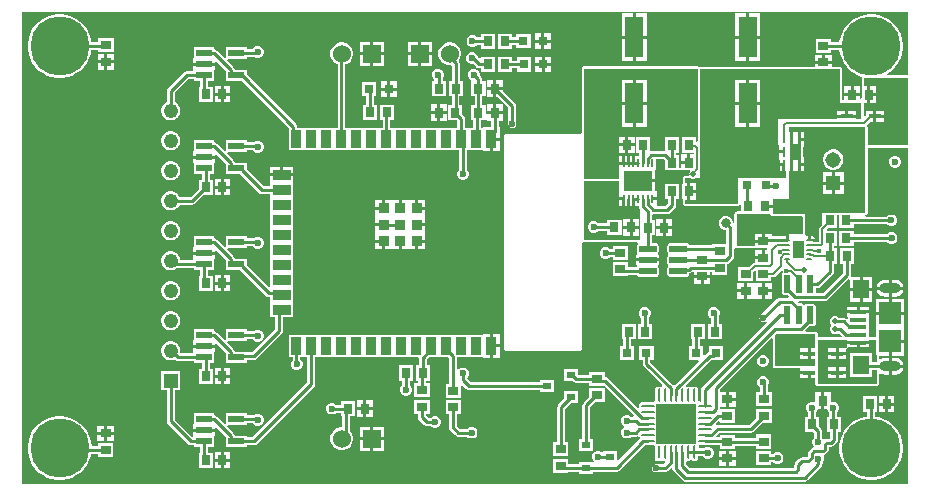
<source format=gtl>
G04*
G04 #@! TF.GenerationSoftware,Altium Limited,Altium Designer,22.6.1 (34)*
G04*
G04 Layer_Physical_Order=1*
G04 Layer_Color=255*
%FSLAX25Y25*%
%MOIN*%
G70*
G04*
G04 #@! TF.SameCoordinates,BE1EFFB1-D3A5-4C51-9803-2DA18C35BCD8*
G04*
G04*
G04 #@! TF.FilePolarity,Positive*
G04*
G01*
G75*
%ADD10C,0.00500*%
G04:AMPARAMS|DCode=15|XSize=19.68mil|YSize=7.87mil|CornerRadius=1.97mil|HoleSize=0mil|Usage=FLASHONLY|Rotation=0.000|XOffset=0mil|YOffset=0mil|HoleType=Round|Shape=RoundedRectangle|*
%AMROUNDEDRECTD15*
21,1,0.01968,0.00394,0,0,0.0*
21,1,0.01575,0.00787,0,0,0.0*
1,1,0.00394,0.00787,-0.00197*
1,1,0.00394,-0.00787,-0.00197*
1,1,0.00394,-0.00787,0.00197*
1,1,0.00394,0.00787,0.00197*
%
%ADD15ROUNDEDRECTD15*%
%ADD16R,0.07480X0.07480*%
%ADD17R,0.05512X0.06299*%
%ADD18R,0.05315X0.01200*%
%ADD19R,0.03543X0.03150*%
G04:AMPARAMS|DCode=20|XSize=57.09mil|YSize=23.23mil|CornerRadius=2.9mil|HoleSize=0mil|Usage=FLASHONLY|Rotation=90.000|XOffset=0mil|YOffset=0mil|HoleType=Round|Shape=RoundedRectangle|*
%AMROUNDEDRECTD20*
21,1,0.05709,0.01742,0,0,90.0*
21,1,0.05128,0.02323,0,0,90.0*
1,1,0.00581,0.00871,0.02564*
1,1,0.00581,0.00871,-0.02564*
1,1,0.00581,-0.00871,-0.02564*
1,1,0.00581,-0.00871,0.02564*
%
%ADD20ROUNDEDRECTD20*%
%ADD21R,0.09400X0.07100*%
%ADD22R,0.01000X0.02800*%
%ADD23R,0.03500X0.03500*%
%ADD24R,0.03500X0.05900*%
%ADD25R,0.05900X0.03500*%
%ADD26R,0.03150X0.03543*%
%ADD27R,0.03150X0.03543*%
%ADD28R,0.03150X0.02362*%
%ADD29R,0.04095X0.01811*%
%ADD30R,0.03150X0.03150*%
G04:AMPARAMS|DCode=31|XSize=9.55mil|YSize=44.53mil|CornerRadius=4.77mil|HoleSize=0mil|Usage=FLASHONLY|Rotation=90.000|XOffset=0mil|YOffset=0mil|HoleType=Round|Shape=RoundedRectangle|*
%AMROUNDEDRECTD31*
21,1,0.00955,0.03498,0,0,90.0*
21,1,0.00000,0.04453,0,0,90.0*
1,1,0.00955,0.01749,0.00000*
1,1,0.00955,0.01749,0.00000*
1,1,0.00955,-0.01749,0.00000*
1,1,0.00955,-0.01749,0.00000*
%
%ADD31ROUNDEDRECTD31*%
G04:AMPARAMS|DCode=32|XSize=44.53mil|YSize=9.55mil|CornerRadius=4.77mil|HoleSize=0mil|Usage=FLASHONLY|Rotation=90.000|XOffset=0mil|YOffset=0mil|HoleType=Round|Shape=RoundedRectangle|*
%AMROUNDEDRECTD32*
21,1,0.04453,0.00000,0,0,90.0*
21,1,0.03498,0.00955,0,0,90.0*
1,1,0.00955,0.00000,0.01749*
1,1,0.00955,0.00000,-0.01749*
1,1,0.00955,0.00000,-0.01749*
1,1,0.00955,0.00000,0.01749*
%
%ADD32ROUNDEDRECTD32*%
%ADD33R,0.00955X0.04453*%
G04:AMPARAMS|DCode=34|XSize=57.09mil|YSize=23.23mil|CornerRadius=2.9mil|HoleSize=0mil|Usage=FLASHONLY|Rotation=0.000|XOffset=0mil|YOffset=0mil|HoleType=Round|Shape=RoundedRectangle|*
%AMROUNDEDRECTD34*
21,1,0.05709,0.01742,0,0,0.0*
21,1,0.05128,0.02323,0,0,0.0*
1,1,0.00581,0.02564,-0.00871*
1,1,0.00581,-0.02564,-0.00871*
1,1,0.00581,-0.02564,0.00871*
1,1,0.00581,0.02564,0.00871*
%
%ADD34ROUNDEDRECTD34*%
%ADD35R,0.00800X0.02700*%
%ADD36R,0.05200X0.02200*%
%ADD37R,0.06299X0.13780*%
%ADD48R,0.13189X0.13189*%
%ADD60R,0.00394X0.00394*%
%ADD61R,0.00900X0.03400*%
%ADD62C,0.01000*%
%ADD63C,0.01575*%
%ADD64C,0.04882*%
%ADD65R,0.04882X0.04882*%
%ADD66O,0.07087X0.03543*%
%ADD67C,0.06024*%
%ADD68R,0.06024X0.06024*%
%ADD69R,0.05150X0.05150*%
%ADD70C,0.05150*%
%ADD71C,0.19685*%
%ADD72C,0.01968*%
%ADD73C,0.02362*%
%ADD74C,0.03150*%
G36*
X272500Y127200D02*
X279600D01*
Y121600D01*
X277862D01*
Y122100D01*
X271768D01*
Y121600D01*
X251800D01*
Y113000D01*
X252436D01*
Y111300D01*
X253886D01*
Y110300D01*
X252436D01*
Y108100D01*
X252541D01*
Y107200D01*
X253941D01*
Y106700D01*
X254441D01*
Y104350D01*
X254697D01*
Y102200D01*
X238500D01*
Y93500D01*
X221100D01*
Y94828D01*
X221656D01*
Y97600D01*
Y100372D01*
X221100D01*
Y102000D01*
X222495D01*
X222496Y101998D01*
X223148Y101728D01*
X223852D01*
X224504Y101998D01*
X224505Y102000D01*
X226000D01*
Y104710D01*
X226058Y105000D01*
Y112000D01*
X226000Y112290D01*
Y138300D01*
X264541D01*
Y138282D01*
X269659D01*
Y138300D01*
X272500D01*
Y127200D01*
D02*
G37*
G36*
X295276Y136303D02*
X288454D01*
X288337Y136789D01*
X288571Y136908D01*
X289925Y137892D01*
X291108Y139075D01*
X292091Y140429D01*
X292851Y141920D01*
X293368Y143511D01*
X293630Y145163D01*
Y146837D01*
X293368Y148489D01*
X292851Y150081D01*
X292091Y151571D01*
X291108Y152925D01*
X289925Y154108D01*
X288571Y155092D01*
X287081Y155851D01*
X285489Y156368D01*
X283837Y156630D01*
X282163D01*
X280511Y156368D01*
X278920Y155851D01*
X277429Y155092D01*
X276075Y154108D01*
X274892Y152925D01*
X273908Y151571D01*
X273149Y150081D01*
X272632Y148489D01*
X272446Y147313D01*
X269659D01*
Y148518D01*
X264541D01*
Y143794D01*
X269659D01*
Y144687D01*
X272446D01*
X272632Y143511D01*
X273149Y141920D01*
X273908Y140429D01*
X274892Y139075D01*
X276075Y137892D01*
X277429Y136908D01*
X278920Y136149D01*
X279844Y135848D01*
X279858Y135807D01*
X279797Y135500D01*
Y132572D01*
X279831Y132404D01*
X279794Y132359D01*
X279794D01*
Y128603D01*
X279294Y128244D01*
X279219Y128270D01*
Y129300D01*
X276644D01*
X274069D01*
Y128003D01*
X273303D01*
Y138300D01*
X273242Y138607D01*
X273068Y138868D01*
X272807Y139042D01*
X272500Y139103D01*
X269872D01*
Y140144D01*
X267100D01*
X264328D01*
Y139103D01*
X226000D01*
X225693Y139042D01*
X225601Y139068D01*
X225503Y139133D01*
X225412Y139208D01*
X225373Y139220D01*
X225340Y139242D01*
X225225Y139265D01*
X225112Y139299D01*
X225072Y139295D01*
X225033Y139303D01*
X187300D01*
X186993Y139242D01*
X186732Y139068D01*
X186558Y138807D01*
X186497Y138500D01*
Y117186D01*
X186427Y117096D01*
X185997Y116830D01*
X185880Y116853D01*
X161480D01*
X161173Y116792D01*
X160912Y116618D01*
X160738Y116357D01*
X160677Y116050D01*
Y45150D01*
X160738Y44843D01*
X160912Y44582D01*
X161173Y44408D01*
X161480Y44347D01*
X185880D01*
X186187Y44408D01*
X186448Y44582D01*
X186622Y44843D01*
X186683Y45150D01*
Y80343D01*
X187183Y80701D01*
X187200Y80697D01*
X205081D01*
X205233Y80197D01*
X205159Y80148D01*
X204921Y79792D01*
X204837Y79371D01*
Y77629D01*
X204921Y77208D01*
X204968Y77138D01*
X205006Y76561D01*
X204720Y76134D01*
X204620Y75631D01*
Y75260D01*
X212380D01*
Y75631D01*
X212280Y76134D01*
X211994Y76561D01*
X212032Y77138D01*
X212079Y77208D01*
X212163Y77629D01*
Y79371D01*
X212079Y79792D01*
X211841Y80148D01*
X211485Y80386D01*
X211064Y80470D01*
X209813D01*
Y83001D01*
X210844D01*
Y88119D01*
X209794D01*
Y89701D01*
X210295Y90108D01*
X210400Y90087D01*
X215000D01*
X215502Y90187D01*
X215928Y90472D01*
X217572Y92116D01*
X217857Y92542D01*
X217957Y93044D01*
Y95041D01*
X219006D01*
Y100159D01*
X214282D01*
Y95041D01*
X215332D01*
Y93588D01*
X214456Y92713D01*
X211988D01*
X211524Y92800D01*
Y94700D01*
X210024D01*
Y95700D01*
X211524D01*
Y97600D01*
X211000D01*
Y100600D01*
X205300D01*
Y101600D01*
X211000D01*
Y104813D01*
X211312D01*
Y108287D01*
X213897D01*
X214282Y107903D01*
Y104641D01*
X219006D01*
Y104697D01*
X219581D01*
X219697Y104720D01*
X219794Y104641D01*
Y104641D01*
X222509D01*
X222681Y104141D01*
X222523Y103905D01*
X222442Y103500D01*
X222481Y103303D01*
X222201Y102864D01*
X222117Y102803D01*
X221100D01*
X220793Y102742D01*
X220532Y102568D01*
X220358Y102307D01*
X220297Y102000D01*
Y100372D01*
X220123Y100159D01*
X219794D01*
Y95041D01*
X220123D01*
X220297Y94828D01*
Y93500D01*
X220358Y93193D01*
X220532Y92932D01*
X220793Y92758D01*
X221100Y92697D01*
X238500D01*
X238807Y92758D01*
X239068Y92932D01*
X239182Y93103D01*
X239614Y93047D01*
X239682Y93020D01*
Y90903D01*
X238200D01*
X237893Y90842D01*
X237632Y90668D01*
X237458Y90407D01*
X237397Y90100D01*
Y87188D01*
X236897Y86920D01*
X236869Y86939D01*
X236862Y86958D01*
Y87470D01*
X236503Y88338D01*
X235838Y89003D01*
X234970Y89362D01*
X234030D01*
X233162Y89003D01*
X232497Y88338D01*
X232138Y87470D01*
Y86530D01*
X232497Y85662D01*
X233162Y84997D01*
X234030Y84638D01*
X234687D01*
Y79978D01*
X229979D01*
Y79813D01*
X222341D01*
X222116Y80148D01*
X221760Y80386D01*
X221340Y80470D01*
X216212D01*
X215791Y80386D01*
X215435Y80148D01*
X215196Y79792D01*
X215113Y79371D01*
Y77629D01*
X215196Y77208D01*
X215362Y76961D01*
X215405Y76630D01*
X215362Y76299D01*
X215196Y76051D01*
X215113Y75631D01*
Y73889D01*
X215196Y73468D01*
X215362Y73220D01*
X215405Y72890D01*
X215362Y72559D01*
X215196Y72311D01*
X215113Y71891D01*
Y70149D01*
X215196Y69728D01*
X215435Y69372D01*
X215791Y69133D01*
X216212Y69050D01*
X221340D01*
X221760Y69133D01*
X222116Y69372D01*
X222355Y69728D01*
X222438Y70149D01*
Y70273D01*
X222722Y70329D01*
X223148Y70614D01*
X223326Y70791D01*
X223866D01*
Y69760D01*
X226638D01*
X229409D01*
Y70791D01*
X229979D01*
Y69742D01*
X235097D01*
Y73524D01*
X235274Y73559D01*
X235700Y73843D01*
X236928Y75072D01*
X237213Y75498D01*
X237313Y76000D01*
Y78479D01*
X237813Y78712D01*
X237893Y78658D01*
X238200Y78597D01*
X244328D01*
X244496Y78631D01*
X244541Y78594D01*
Y78594D01*
X248126D01*
X248433Y78094D01*
X248395Y78019D01*
X247600D01*
Y75444D01*
X247100D01*
Y74944D01*
X244328D01*
Y73758D01*
X244141D01*
X243736Y73677D01*
X243393Y73448D01*
X242263Y72318D01*
X238641D01*
Y67594D01*
X243759D01*
Y70809D01*
X244097Y71086D01*
X244541Y70895D01*
Y67594D01*
X249659D01*
Y68898D01*
X250156D01*
X250561Y68979D01*
X250904Y69208D01*
X253116Y71420D01*
X253577Y71174D01*
X253542Y71000D01*
X253623Y70595D01*
X253443Y69979D01*
X253205Y69622D01*
X253121Y69202D01*
Y64074D01*
X253205Y63653D01*
X253443Y63297D01*
X253800Y63059D01*
X254220Y62975D01*
X255205D01*
X255605Y62575D01*
X255414Y62113D01*
X252500D01*
X251998Y62013D01*
X251572Y61728D01*
X246086Y56242D01*
X245801Y55817D01*
X245702Y55314D01*
X245801Y54812D01*
X246086Y54386D01*
X246512Y54102D01*
X247014Y54001D01*
X247516Y54102D01*
X247883Y54346D01*
X248201Y53958D01*
X226583Y32340D01*
X226299Y31914D01*
X226199Y31411D01*
Y27558D01*
X226195Y27557D01*
X225694Y27795D01*
Y27795D01*
X225351D01*
X225295Y27862D01*
Y31361D01*
X225197Y31854D01*
X224917Y32273D01*
X224499Y32552D01*
X224006Y32650D01*
X223512Y32552D01*
X223094Y32273D01*
X222949D01*
X222531Y32552D01*
X222037Y32650D01*
X221544Y32552D01*
X221459Y32496D01*
X221140Y32884D01*
X229669Y41413D01*
X230173D01*
X230300Y41438D01*
X233610D01*
Y46162D01*
X228886D01*
Y43990D01*
X228623Y43938D01*
X228197Y43653D01*
X227576Y43032D01*
X227114Y43224D01*
Y46162D01*
X226065D01*
Y48241D01*
X227706D01*
Y53359D01*
X222982D01*
Y48241D01*
X223439D01*
Y46162D01*
X222390D01*
Y41438D01*
X225328D01*
X225519Y40976D01*
X217571Y33027D01*
X217073Y33076D01*
X217060Y33097D01*
X209417Y40740D01*
Y41438D01*
X210466D01*
Y46162D01*
X205742D01*
Y41438D01*
X206791D01*
Y40196D01*
X206891Y39694D01*
X207176Y39268D01*
X213341Y33102D01*
X213247Y32571D01*
X212884Y32421D01*
X212688Y32552D01*
X212194Y32650D01*
X211701Y32552D01*
X211283Y32273D01*
X211003Y31854D01*
X210905Y31361D01*
Y27862D01*
X210849Y27795D01*
X210506D01*
Y27451D01*
X210438Y27395D01*
X206939D01*
X206446Y27297D01*
X206027Y27017D01*
X205748Y26599D01*
X205650Y26105D01*
X205748Y25612D01*
X205352Y25304D01*
X195214Y35442D01*
X194788Y35727D01*
X194286Y35827D01*
X194159D01*
Y37518D01*
X189041D01*
Y36469D01*
X185339D01*
Y38409D01*
X180614D01*
Y34472D01*
X183482D01*
X183726Y34228D01*
X183924Y34096D01*
X184152Y33943D01*
X184152Y33943D01*
X184152Y33943D01*
X184354Y33903D01*
X184654Y33843D01*
X189041D01*
Y32794D01*
X194150D01*
X203969Y22975D01*
X203778Y22513D01*
X203071D01*
X202715Y22869D01*
X201992Y23168D01*
X201208D01*
X200485Y22869D01*
X199931Y22315D01*
X199632Y21592D01*
Y20808D01*
X199931Y20085D01*
X200485Y19531D01*
X200631Y19471D01*
Y18929D01*
X200485Y18869D01*
X199931Y18315D01*
X199632Y17592D01*
Y16808D01*
X199931Y16085D01*
X200485Y15531D01*
X201208Y15232D01*
X201992D01*
X202715Y15531D01*
X203071Y15887D01*
X204600D01*
X205102Y15987D01*
X205184Y16042D01*
X205739Y15812D01*
X205748Y15769D01*
X205817Y15667D01*
X205989Y15290D01*
X205761Y14928D01*
X198824Y7990D01*
X198362Y8182D01*
Y11169D01*
X193638D01*
Y11053D01*
X193138Y10846D01*
X193115Y10869D01*
X192392Y11169D01*
X191608D01*
X190915Y10881D01*
X190885Y10869D01*
X190830Y10852D01*
X190410Y11100D01*
X190409Y11418D01*
Y14909D01*
X189360D01*
Y25745D01*
X190897Y27282D01*
X194159D01*
Y32006D01*
X189041D01*
Y29138D01*
X187119Y27216D01*
X186835Y26790D01*
X186735Y26288D01*
Y14909D01*
X185685D01*
Y10972D01*
X189928D01*
X190281Y10972D01*
X190543Y10527D01*
X190331Y10315D01*
X190032Y9592D01*
Y8808D01*
X190331Y8085D01*
X190543Y7873D01*
X190281Y7428D01*
X185685D01*
Y6772D01*
X182059D01*
Y8506D01*
X176941D01*
Y3782D01*
X182059D01*
Y4147D01*
X185685D01*
Y3491D01*
X190409D01*
Y4147D01*
X198150D01*
X198652Y4247D01*
X199078Y4532D01*
X207528Y12982D01*
X208688D01*
X208805Y13005D01*
X210438D01*
X210506Y12949D01*
Y12606D01*
X210930D01*
Y7774D01*
X213459D01*
X213459Y7774D01*
X213959Y7790D01*
X214163Y7750D01*
X214192Y7756D01*
X214438Y7295D01*
X213717Y6573D01*
X211261D01*
X210758Y6473D01*
X210332Y6189D01*
X210048Y5763D01*
X209948Y5261D01*
X210048Y4758D01*
X210332Y4332D01*
X210758Y4048D01*
X211261Y3948D01*
X214261D01*
X214763Y4048D01*
X215189Y4332D01*
X216294Y5438D01*
X216756Y5246D01*
Y5203D01*
X216856Y4701D01*
X217140Y4275D01*
X220143Y1272D01*
X220569Y987D01*
X221072Y887D01*
X260900D01*
X261402Y987D01*
X261828Y1272D01*
X266232Y5676D01*
X266517Y6102D01*
X266617Y6604D01*
Y6733D01*
X267069Y7185D01*
X267369Y7908D01*
Y8692D01*
X267185Y9134D01*
X267399Y9679D01*
X267444Y9715D01*
X267828Y9972D01*
X268428Y10572D01*
X268713Y10998D01*
X268813Y11500D01*
Y12487D01*
X269600D01*
X270102Y12587D01*
X270528Y12872D01*
X271568Y13912D01*
X271853Y14338D01*
X271953Y14840D01*
Y17404D01*
X273002D01*
Y22522D01*
X271713D01*
Y23989D01*
X272069Y24345D01*
X272369Y25069D01*
Y25852D01*
X272069Y26576D01*
X271515Y27129D01*
X270792Y27429D01*
X270008D01*
X269890Y27380D01*
X269475Y27658D01*
Y30609D01*
X267400D01*
Y27837D01*
Y25065D01*
X268433D01*
X268731Y24345D01*
X269087Y23989D01*
Y22522D01*
X268278D01*
Y17404D01*
X269327D01*
Y15384D01*
X269056Y15113D01*
X268100D01*
X267598Y15013D01*
X267525Y14964D01*
X267046Y15109D01*
X267026Y15157D01*
X266670Y15514D01*
Y17568D01*
X266570Y18071D01*
X266286Y18496D01*
X265522Y19260D01*
Y22522D01*
X264721D01*
Y22708D01*
X264713Y22749D01*
Y24029D01*
X265069Y24385D01*
X265351Y25065D01*
X266400D01*
Y27837D01*
Y30609D01*
X264325D01*
Y27698D01*
X263910Y27420D01*
X263792Y27468D01*
X263008D01*
X262285Y27169D01*
X261731Y26615D01*
X261432Y25892D01*
Y25108D01*
X261731Y24385D01*
X262087Y24029D01*
Y22716D01*
X261642Y22522D01*
X260798D01*
Y17404D01*
X263666D01*
X264045Y17025D01*
Y15514D01*
X263689Y15157D01*
X263389Y14434D01*
Y13651D01*
X263689Y12927D01*
X263916Y12700D01*
X263747Y12162D01*
X263498Y12113D01*
X263072Y11828D01*
X262272Y11028D01*
X261987Y10602D01*
X261887Y10100D01*
Y9244D01*
X261556Y8913D01*
X260000D01*
X259498Y8813D01*
X259072Y8528D01*
X257772Y7228D01*
X257487Y6802D01*
X257387Y6300D01*
Y5513D01*
X222444D01*
X221381Y6575D01*
Y7401D01*
X221881Y7781D01*
X222037Y7750D01*
X222531Y7848D01*
X222633Y7917D01*
X223021Y8094D01*
X223409Y7917D01*
X223512Y7848D01*
X224006Y7750D01*
X224499Y7848D01*
X224917Y8127D01*
X225197Y8546D01*
X225295Y9039D01*
Y9476D01*
X226794D01*
X226831Y9385D01*
X227385Y8831D01*
X228108Y8531D01*
X228892D01*
X229615Y8831D01*
X230169Y9385D01*
X230469Y10108D01*
Y10892D01*
X230169Y11615D01*
X229615Y12169D01*
X228892Y12468D01*
X228108D01*
X227385Y12169D01*
X227317Y12101D01*
X225458D01*
X225457Y12105D01*
X225694Y12606D01*
X225694D01*
Y12949D01*
X225762Y13005D01*
X227395D01*
X227512Y12982D01*
X232541D01*
Y11794D01*
X237659D01*
Y12843D01*
X244641D01*
Y11838D01*
X249759D01*
Y16562D01*
X244641D01*
Y15469D01*
X237659D01*
Y16518D01*
X232541D01*
Y15607D01*
X231517D01*
X231325Y16069D01*
X232444Y17187D01*
X243056D01*
X243558Y17287D01*
X243984Y17572D01*
X246794Y20382D01*
X249859D01*
Y25106D01*
X244741D01*
Y22041D01*
X242512Y19813D01*
X231900D01*
X231496Y19732D01*
X231255Y20027D01*
X231201Y20145D01*
X232041Y20985D01*
X232541Y20777D01*
Y20382D01*
X237659D01*
Y25106D01*
X232713D01*
Y25681D01*
X234600D01*
Y28256D01*
Y30831D01*
X232713D01*
Y31556D01*
X249735Y48579D01*
X250197Y48388D01*
Y39500D01*
X250258Y39193D01*
X250432Y38932D01*
X250693Y38758D01*
X251000Y38697D01*
X259268D01*
Y37700D01*
X262315D01*
Y37200D01*
X262815D01*
Y35294D01*
X264397D01*
Y33500D01*
X264458Y33193D01*
X264632Y32932D01*
X264893Y32758D01*
X265200Y32697D01*
X284800D01*
X285107Y32758D01*
X285368Y32932D01*
X285542Y33193D01*
X285603Y33500D01*
Y36726D01*
X286051Y36948D01*
X286131Y36887D01*
X286805Y36608D01*
X287528Y36512D01*
X288800D01*
Y39308D01*
Y42103D01*
X287528D01*
X286805Y42008D01*
X286131Y41729D01*
X286051Y41668D01*
X285603Y41889D01*
Y42835D01*
X288800D01*
Y47576D01*
X289300D01*
Y48076D01*
X294040D01*
Y52284D01*
Y56524D01*
X289300D01*
X284560D01*
Y52284D01*
Y49003D01*
X282426D01*
X282213Y49177D01*
Y50913D01*
Y55818D01*
X282426D01*
Y56918D01*
X278768D01*
X275111D01*
Y55818D01*
X275324D01*
Y55254D01*
X274862Y55063D01*
X274760Y55165D01*
X274334Y55449D01*
X273832Y55549D01*
X272193D01*
X272004Y55739D01*
X271352Y56008D01*
X270648D01*
X269996Y55739D01*
X269498Y55240D01*
X269228Y54589D01*
Y53884D01*
X269498Y53233D01*
X269774Y52957D01*
X269498Y52681D01*
X269228Y52030D01*
Y51325D01*
X269498Y50674D01*
X269996Y50176D01*
X270648Y49906D01*
X271352D01*
X272004Y50176D01*
X272557Y50036D01*
X273128Y49465D01*
X272937Y49003D01*
X265203D01*
Y50000D01*
X265142Y50307D01*
X264968Y50568D01*
X264707Y50742D01*
X264400Y50803D01*
X261215D01*
X261023Y51265D01*
X262458Y52699D01*
X263443D01*
X263863Y52783D01*
X264220Y53021D01*
X264458Y53378D01*
X264542Y53798D01*
Y58926D01*
X264458Y59347D01*
X264220Y59703D01*
X263863Y59941D01*
X263443Y60025D01*
X261701D01*
X261280Y59941D01*
X261209Y59894D01*
X260633Y59856D01*
X260206Y60142D01*
X259703Y60242D01*
X258901D01*
X258697Y60498D01*
X258915Y60987D01*
X267500D01*
X268002Y61087D01*
X268428Y61372D01*
X275398Y68342D01*
X275898Y68135D01*
Y65398D01*
X279154D01*
Y69048D01*
X276522D01*
X276112Y69548D01*
X276124Y69612D01*
Y73541D01*
X277174D01*
Y78659D01*
X272450D01*
Y73541D01*
X273499D01*
Y70156D01*
X266956Y63613D01*
X264960D01*
X264542Y64074D01*
Y65325D01*
X265107D01*
X265609Y65425D01*
X266035Y65710D01*
X270228Y69902D01*
X270513Y70328D01*
X270613Y70831D01*
Y73541D01*
X271662D01*
Y78659D01*
X270557D01*
Y79441D01*
X271606D01*
Y84559D01*
X268418D01*
X268215Y85022D01*
X268467Y85341D01*
X271606D01*
Y89697D01*
X272394D01*
Y85341D01*
X277118D01*
Y86587D01*
X288229D01*
X288585Y86231D01*
X289308Y85931D01*
X290092D01*
X290815Y86231D01*
X291369Y86785D01*
X291669Y87508D01*
Y88292D01*
X291369Y89015D01*
X290815Y89569D01*
X290092Y89868D01*
X289308D01*
X288585Y89569D01*
X288229Y89213D01*
X281127D01*
X281078Y89713D01*
X281307Y89758D01*
X281568Y89932D01*
X281742Y90193D01*
X281803Y90500D01*
Y112197D01*
X295276D01*
Y0D01*
X0D01*
Y157480D01*
X295276D01*
Y136303D01*
D02*
G37*
G36*
X295300Y113000D02*
X281803D01*
Y119000D01*
X281742Y119307D01*
X281568Y119568D01*
X281562Y119623D01*
X282634Y120694D01*
X283685D01*
Y122600D01*
Y124505D01*
X281138D01*
Y122624D01*
X281100Y122599D01*
X280600Y122866D01*
Y127028D01*
X281656D01*
Y129800D01*
Y132572D01*
X280600D01*
Y135500D01*
X281343D01*
X282163Y135370D01*
X283837D01*
X284657Y135500D01*
X295300D01*
Y113000D01*
D02*
G37*
G36*
X225197Y138300D02*
Y114367D01*
X224697Y114083D01*
X224518Y114191D01*
Y115659D01*
X219794D01*
Y110541D01*
X223942D01*
Y109972D01*
X222656D01*
Y107200D01*
X222156D01*
Y106700D01*
X219581D01*
Y105500D01*
X219006D01*
Y109759D01*
X217957D01*
Y110541D01*
X219006D01*
Y115659D01*
X214282D01*
Y110913D01*
X209522D01*
X209418Y110998D01*
Y115659D01*
X204694D01*
Y110541D01*
X205562D01*
Y109400D01*
X204225D01*
Y107000D01*
X203225D01*
Y109400D01*
X202650D01*
Y107000D01*
X201650D01*
Y109400D01*
X201076D01*
Y107000D01*
X200576D01*
Y106500D01*
X199076D01*
Y104600D01*
X199100D01*
Y101800D01*
X187300D01*
Y138500D01*
X225033D01*
X225197Y138300D01*
D02*
G37*
G36*
X281000Y90500D02*
X266600D01*
Y86555D01*
X265852Y85807D01*
X265623Y85464D01*
X265542Y85059D01*
Y80832D01*
X264711D01*
X264697Y80850D01*
X263686D01*
X263612Y80899D01*
X263228Y80975D01*
X262440D01*
Y81350D01*
X261940D01*
Y82767D01*
X261653D01*
X261500Y82736D01*
X261000Y83105D01*
X261000Y90100D01*
X250484Y90100D01*
X250131Y90454D01*
Y92200D01*
X247556D01*
Y93200D01*
X250131D01*
Y95000D01*
X255500Y95000D01*
Y104350D01*
X256000D01*
Y106700D01*
X256100D01*
Y114900D01*
X256000D01*
Y117250D01*
X255500D01*
Y119000D01*
X281000D01*
Y90500D01*
D02*
G37*
G36*
X199100Y97600D02*
X199076D01*
Y95700D01*
X200576D01*
Y95200D01*
X201076D01*
Y92800D01*
X201650D01*
Y95200D01*
X202650D01*
Y92800D01*
X203225D01*
Y95200D01*
X204225D01*
Y92800D01*
X205562D01*
Y92525D01*
X205662Y92023D01*
X205947Y91597D01*
X206100Y91444D01*
Y81500D01*
X187200D01*
Y100915D01*
X187300Y100997D01*
X199100D01*
Y97600D01*
D02*
G37*
G36*
X249563Y89886D02*
X249917Y89532D01*
X250177Y89358D01*
X250484Y89297D01*
X259844Y89297D01*
X260197Y88944D01*
X260197Y83500D01*
X255486D01*
Y82767D01*
X255460D01*
Y81350D01*
X254460D01*
Y82767D01*
X254172D01*
X253706Y82674D01*
X253688Y82662D01*
X249872D01*
Y83531D01*
X247600D01*
Y80956D01*
X247100D01*
Y80456D01*
X244328D01*
Y79400D01*
X238200D01*
Y90100D01*
X249420D01*
X249563Y89886D01*
D02*
G37*
G36*
X260306Y81149D02*
X260314D01*
X260326Y81145D01*
X260334D01*
X260346Y81141D01*
X260353Y81137D01*
X260365Y81133D01*
X260373Y81125D01*
X260381Y81121D01*
X260389Y81113D01*
X260397Y81109D01*
X260405Y81102D01*
X260413Y81094D01*
X260420Y81086D01*
X260428Y81078D01*
X260432Y81070D01*
X260440Y81062D01*
X260444Y81054D01*
X260452Y81046D01*
X260456Y81035D01*
X260460Y81027D01*
X260464Y81015D01*
Y81007D01*
X260468Y80995D01*
Y80987D01*
X260472Y80976D01*
Y80968D01*
Y80956D01*
Y75444D01*
Y75432D01*
Y75424D01*
X260468Y75413D01*
Y75405D01*
X260464Y75393D01*
Y75385D01*
X260460Y75373D01*
X260456Y75365D01*
X260452Y75353D01*
X260444Y75346D01*
X260440Y75338D01*
X260432Y75330D01*
X260428Y75322D01*
X260420Y75314D01*
X260413Y75306D01*
X260405Y75298D01*
X260397Y75291D01*
X260389Y75287D01*
X260381Y75279D01*
X260373Y75275D01*
X260365Y75267D01*
X260353Y75263D01*
X260346Y75259D01*
X260334Y75255D01*
X260326D01*
X260314Y75251D01*
X260306D01*
X260295Y75247D01*
X257105D01*
X257094Y75251D01*
X257086D01*
X257074Y75255D01*
X257066D01*
X257054Y75259D01*
X257047Y75263D01*
X257035Y75267D01*
X257027Y75275D01*
X257019Y75279D01*
X257011Y75287D01*
X257003Y75291D01*
X256995Y75298D01*
X256987Y75306D01*
X256979Y75314D01*
X256972Y75322D01*
X256968Y75330D01*
X256960Y75338D01*
X256956Y75346D01*
X256948Y75353D01*
X256944Y75365D01*
X256940Y75373D01*
X256936Y75385D01*
Y75393D01*
X256932Y75405D01*
Y75413D01*
X256928Y75424D01*
Y75432D01*
Y75444D01*
Y80956D01*
Y80968D01*
Y80976D01*
X256932Y80987D01*
Y80995D01*
X256936Y81007D01*
Y81015D01*
X256940Y81027D01*
X256944Y81035D01*
X256948Y81046D01*
X256956Y81054D01*
X256960Y81062D01*
X256968Y81070D01*
X256972Y81078D01*
X256979Y81086D01*
X256987Y81094D01*
X256995Y81102D01*
X257003Y81109D01*
X257011Y81113D01*
X257019Y81121D01*
X257027Y81125D01*
X257035Y81133D01*
X257047Y81137D01*
X257054Y81141D01*
X257066Y81145D01*
X257074D01*
X257086Y81149D01*
X257094D01*
X257105Y81153D01*
X260295D01*
X260306Y81149D01*
D02*
G37*
G36*
X284772Y43048D02*
X284800D01*
Y40620D01*
X283198D01*
Y43639D01*
X276111D01*
Y35765D01*
X283198D01*
Y37995D01*
X284800D01*
Y33500D01*
X265200D01*
Y48200D01*
X275111D01*
Y47682D01*
X278768D01*
X282426D01*
Y48200D01*
X284772D01*
Y43048D01*
D02*
G37*
G36*
X264400Y48214D02*
X264397Y48200D01*
Y45406D01*
X262815D01*
Y43500D01*
Y41594D01*
X264397D01*
Y39500D01*
X251000D01*
Y49844D01*
X251156Y50000D01*
X264400D01*
Y48214D01*
D02*
G37*
%LPC*%
G36*
X245950Y134866D02*
X242300D01*
Y127476D01*
X245950D01*
Y134866D01*
D02*
G37*
G36*
X241300D02*
X237650D01*
Y127476D01*
X241300D01*
Y134866D01*
D02*
G37*
G36*
X277862Y124505D02*
X275315D01*
Y123100D01*
X277862D01*
Y124505D01*
D02*
G37*
G36*
X274315D02*
X271768D01*
Y123100D01*
X274315D01*
Y124505D01*
D02*
G37*
G36*
X245950Y126476D02*
X242300D01*
Y119087D01*
X245950D01*
Y126476D01*
D02*
G37*
G36*
X241300D02*
X237650D01*
Y119087D01*
X241300D01*
Y126476D01*
D02*
G37*
G36*
X253441Y106200D02*
X252541D01*
Y104350D01*
X253441D01*
Y106200D01*
D02*
G37*
G36*
X224731Y100372D02*
X222656D01*
Y98100D01*
X224731D01*
Y100372D01*
D02*
G37*
G36*
Y97100D02*
X222656D01*
Y94828D01*
X224731D01*
Y97100D01*
D02*
G37*
G36*
X245950Y156913D02*
X242300D01*
Y149524D01*
X245950D01*
Y156913D01*
D02*
G37*
G36*
X208150D02*
X204500D01*
Y149524D01*
X208150D01*
Y156913D01*
D02*
G37*
G36*
X241300D02*
X237650D01*
Y149524D01*
X241300D01*
Y156913D01*
D02*
G37*
G36*
X203500D02*
X199850D01*
Y149524D01*
X203500D01*
Y156913D01*
D02*
G37*
G36*
X157662Y150159D02*
X152938D01*
Y148913D01*
X151571D01*
X151215Y149269D01*
X150492Y149568D01*
X149708D01*
X148985Y149269D01*
X148431Y148715D01*
X148132Y147992D01*
Y147208D01*
X148431Y146485D01*
X148985Y145931D01*
X149708Y145632D01*
X150492D01*
X151215Y145931D01*
X151571Y146287D01*
X152938D01*
Y145041D01*
X157662D01*
Y150159D01*
D02*
G37*
G36*
X176179Y150275D02*
X174104D01*
Y148200D01*
X176179D01*
Y150275D01*
D02*
G37*
G36*
X173104D02*
X171029D01*
Y148200D01*
X173104D01*
Y150275D01*
D02*
G37*
G36*
X163174Y150159D02*
X158450D01*
Y145041D01*
X163174D01*
Y146287D01*
X164746D01*
Y145338D01*
X169470D01*
Y150062D01*
X164746D01*
Y148913D01*
X163174D01*
Y150159D01*
D02*
G37*
G36*
X176179Y147200D02*
X174104D01*
Y145125D01*
X176179D01*
Y147200D01*
D02*
G37*
G36*
X173104D02*
X171029D01*
Y145125D01*
X173104D01*
Y147200D01*
D02*
G37*
G36*
X120512Y147512D02*
X117000D01*
Y144000D01*
X120512D01*
Y147512D01*
D02*
G37*
G36*
X136512D02*
X133000D01*
Y144000D01*
X136512D01*
Y147512D01*
D02*
G37*
G36*
X132000D02*
X128488D01*
Y144000D01*
X132000D01*
Y147512D01*
D02*
G37*
G36*
X116000D02*
X112488D01*
Y144000D01*
X116000D01*
Y147512D01*
D02*
G37*
G36*
X13337Y156630D02*
X11663D01*
X10011Y156368D01*
X8420Y155851D01*
X6929Y155092D01*
X5575Y154108D01*
X4392Y152925D01*
X3409Y151571D01*
X2649Y150081D01*
X2132Y148489D01*
X1870Y146837D01*
Y145163D01*
X2132Y143511D01*
X2649Y141920D01*
X3409Y140429D01*
X4392Y139075D01*
X5575Y137892D01*
X6929Y136908D01*
X8420Y136149D01*
X10011Y135632D01*
X11663Y135370D01*
X13337D01*
X14989Y135632D01*
X16580Y136149D01*
X18071Y136908D01*
X19425Y137892D01*
X20608Y139075D01*
X21591Y140429D01*
X22351Y141920D01*
X22868Y143511D01*
X23054Y144687D01*
X25341D01*
Y143894D01*
X30459D01*
Y148618D01*
X25341D01*
Y147313D01*
X23054D01*
X22868Y148489D01*
X22351Y150081D01*
X21591Y151571D01*
X20608Y152925D01*
X19425Y154108D01*
X18071Y155092D01*
X16580Y155851D01*
X14989Y156368D01*
X13337Y156630D01*
D02*
G37*
G36*
X30672Y143319D02*
X28400D01*
Y141244D01*
X30672D01*
Y143319D01*
D02*
G37*
G36*
X27400D02*
X25128D01*
Y141244D01*
X27400D01*
Y143319D01*
D02*
G37*
G36*
X269872Y143219D02*
X267600D01*
Y141144D01*
X269872D01*
Y143219D01*
D02*
G37*
G36*
X266600D02*
X264328D01*
Y141144D01*
X266600D01*
Y143219D01*
D02*
G37*
G36*
X245950Y148524D02*
X242300D01*
Y141134D01*
X245950D01*
Y148524D01*
D02*
G37*
G36*
X241300D02*
X237650D01*
Y141134D01*
X241300D01*
Y148524D01*
D02*
G37*
G36*
X208150D02*
X204500D01*
Y141134D01*
X208150D01*
Y148524D01*
D02*
G37*
G36*
X203500D02*
X199850D01*
Y141134D01*
X203500D01*
Y148524D01*
D02*
G37*
G36*
X176223Y142475D02*
X174148D01*
Y140400D01*
X176223D01*
Y142475D01*
D02*
G37*
G36*
X173148D02*
X171073D01*
Y140400D01*
X173148D01*
Y142475D01*
D02*
G37*
G36*
X136512Y143000D02*
X133000D01*
Y139488D01*
X136512D01*
Y143000D01*
D02*
G37*
G36*
X132000D02*
X128488D01*
Y139488D01*
X132000D01*
Y143000D01*
D02*
G37*
G36*
X120512D02*
X117000D01*
Y139488D01*
X120512D01*
Y143000D01*
D02*
G37*
G36*
X116000D02*
X112488D01*
Y139488D01*
X116000D01*
Y143000D01*
D02*
G37*
G36*
X30672Y140244D02*
X28400D01*
Y138169D01*
X30672D01*
Y140244D01*
D02*
G37*
G36*
X27400D02*
X25128D01*
Y138169D01*
X27400D01*
Y140244D01*
D02*
G37*
G36*
X163174Y142459D02*
X158450D01*
Y137341D01*
X163174D01*
Y138587D01*
X164790D01*
Y137538D01*
X169514D01*
Y142262D01*
X164790D01*
Y141213D01*
X163174D01*
Y142459D01*
D02*
G37*
G36*
X150392Y143968D02*
X149608D01*
X148885Y143669D01*
X148331Y143115D01*
X148031Y142392D01*
Y141608D01*
X148331Y140885D01*
X148885Y140331D01*
X149608Y140032D01*
X150392D01*
X150455Y140058D01*
X151344Y139169D01*
X151769Y138884D01*
X152272Y138784D01*
X152938D01*
Y137341D01*
X157662D01*
Y142459D01*
X152938D01*
Y141994D01*
X152438Y141787D01*
X151969Y142256D01*
Y142392D01*
X151669Y143115D01*
X151115Y143669D01*
X150392Y143968D01*
D02*
G37*
G36*
X176223Y139400D02*
X174148D01*
Y137325D01*
X176223D01*
Y139400D01*
D02*
G37*
G36*
X173148D02*
X171073D01*
Y137325D01*
X173148D01*
Y139400D01*
D02*
G37*
G36*
X160187Y134572D02*
X158112D01*
Y132300D01*
X160187D01*
Y134572D01*
D02*
G37*
G36*
X157112D02*
X155037D01*
Y132300D01*
X157112D01*
Y134572D01*
D02*
G37*
G36*
X124823Y134275D02*
X122748D01*
Y132200D01*
X124823D01*
Y134275D01*
D02*
G37*
G36*
X121748D02*
X119673D01*
Y132200D01*
X121748D01*
Y134275D01*
D02*
G37*
G36*
X69331Y132772D02*
X67256D01*
Y130500D01*
X69331D01*
Y132772D01*
D02*
G37*
G36*
X66256D02*
X64181D01*
Y130500D01*
X66256D01*
Y132772D01*
D02*
G37*
G36*
X279219Y132572D02*
X277144D01*
Y130300D01*
X279219D01*
Y132572D01*
D02*
G37*
G36*
X276144D02*
X274069D01*
Y130300D01*
X276144D01*
Y132572D01*
D02*
G37*
G36*
X138892Y138469D02*
X138108D01*
X137385Y138169D01*
X136831Y137615D01*
X136531Y136892D01*
Y136108D01*
X136831Y135385D01*
X137357Y134859D01*
X137346Y134722D01*
X137218Y134359D01*
X136626D01*
Y129241D01*
X141350D01*
Y134359D01*
X140301D01*
Y135704D01*
X140469Y136108D01*
Y136892D01*
X140169Y137615D01*
X139615Y138169D01*
X138892Y138469D01*
D02*
G37*
G36*
X124823Y131200D02*
X122748D01*
Y129125D01*
X124823D01*
Y131200D01*
D02*
G37*
G36*
X121748D02*
X119673D01*
Y129125D01*
X121748D01*
Y131200D01*
D02*
G37*
G36*
X157112Y131300D02*
X155037D01*
Y129028D01*
X157112D01*
Y131300D01*
D02*
G37*
G36*
X64200Y139500D02*
X57000D01*
Y137900D01*
X56619Y137613D01*
X54800D01*
X54298Y137513D01*
X53872Y137228D01*
X48572Y131928D01*
X48287Y131502D01*
X48187Y131000D01*
Y127470D01*
X47518Y127083D01*
X46917Y126482D01*
X46492Y125746D01*
X46272Y124925D01*
Y124075D01*
X46492Y123254D01*
X46917Y122518D01*
X47518Y121917D01*
X48254Y121492D01*
X49075Y121272D01*
X49925D01*
X50746Y121492D01*
X51482Y121917D01*
X52083Y122518D01*
X52508Y123254D01*
X52728Y124075D01*
Y124925D01*
X52508Y125746D01*
X52083Y126482D01*
X51482Y127083D01*
X50813Y127470D01*
Y130456D01*
X55344Y134987D01*
X57213D01*
Y134413D01*
X59287D01*
Y132559D01*
X58882D01*
Y127441D01*
X63606D01*
Y132559D01*
X61913D01*
Y134413D01*
X63987D01*
Y137900D01*
X64200D01*
Y139500D01*
D02*
G37*
G36*
X69331Y129500D02*
X67256D01*
Y127228D01*
X69331D01*
Y129500D01*
D02*
G37*
G36*
X66256D02*
X64181D01*
Y127228D01*
X66256D01*
Y129500D01*
D02*
G37*
G36*
X141463Y126572D02*
X139388D01*
Y124300D01*
X141463D01*
Y126572D01*
D02*
G37*
G36*
X160187D02*
X158112D01*
Y124300D01*
X160187D01*
Y126572D01*
D02*
G37*
G36*
X157112D02*
X155037D01*
Y124300D01*
X157112D01*
Y126572D01*
D02*
G37*
G36*
X138388D02*
X136313D01*
Y124300D01*
X138388D01*
Y126572D01*
D02*
G37*
G36*
X118114Y134062D02*
X113390D01*
Y129338D01*
X114557D01*
Y126459D01*
X113626D01*
Y121341D01*
X118350D01*
Y126459D01*
X117183D01*
Y129338D01*
X118114D01*
Y134062D01*
D02*
G37*
G36*
X141463Y123300D02*
X139388D01*
Y121028D01*
X141463D01*
Y123300D01*
D02*
G37*
G36*
X138388D02*
X136313D01*
Y121028D01*
X138388D01*
Y123300D01*
D02*
G37*
G36*
X143000Y147299D02*
X142000D01*
X141034Y147040D01*
X140167Y146540D01*
X139460Y145833D01*
X138960Y144966D01*
X138701Y144000D01*
Y143000D01*
X138960Y142034D01*
X139460Y141167D01*
X140167Y140460D01*
X141034Y139960D01*
X142000Y139701D01*
X143000D01*
X143187Y139557D01*
Y134359D01*
X142138D01*
Y129241D01*
X143137D01*
Y126359D01*
X142038D01*
Y121241D01*
X145077D01*
Y118787D01*
X122758D01*
Y121341D01*
X123862D01*
Y126459D01*
X119138D01*
Y121341D01*
X120132D01*
Y118787D01*
X107758D01*
Y139904D01*
X107966Y139960D01*
X108833Y140460D01*
X109540Y141167D01*
X110040Y142034D01*
X110299Y143000D01*
Y144000D01*
X110040Y144966D01*
X109540Y145833D01*
X108833Y146540D01*
X107966Y147040D01*
X107000Y147299D01*
X106000D01*
X105034Y147040D01*
X104167Y146540D01*
X103460Y145833D01*
X102960Y144966D01*
X102701Y144000D01*
Y143000D01*
X102960Y142034D01*
X103460Y141167D01*
X104167Y140460D01*
X105034Y139960D01*
X105132Y139933D01*
Y118787D01*
X91703D01*
Y119110D01*
X91603Y119612D01*
X91318Y120038D01*
X74787Y136569D01*
Y138187D01*
X70802D01*
Y138211D01*
X70702Y138713D01*
X70417Y139139D01*
X68244Y141313D01*
X68451Y141813D01*
X74787D01*
Y142537D01*
X77179D01*
X77385Y142331D01*
X78108Y142032D01*
X78892D01*
X79615Y142331D01*
X80169Y142885D01*
X80468Y143608D01*
Y144392D01*
X80169Y145115D01*
X79615Y145669D01*
X78892Y145968D01*
X78108D01*
X77385Y145669D01*
X76879Y145163D01*
X74787D01*
Y145587D01*
X68013D01*
Y142251D01*
X67513Y142044D01*
X65042Y144514D01*
X64617Y144799D01*
X64114Y144898D01*
X63987D01*
Y145587D01*
X57213D01*
Y142100D01*
X57000D01*
Y140500D01*
X64200D01*
Y140990D01*
X64662Y141182D01*
X68013Y137831D01*
Y134413D01*
X73231D01*
X88522Y119121D01*
X88853Y118787D01*
X88853D01*
X88853Y118787D01*
Y111313D01*
X145687D01*
Y104821D01*
X145331Y104465D01*
X145031Y103741D01*
Y102958D01*
X145331Y102234D01*
X145885Y101681D01*
X146608Y101381D01*
X147392D01*
X148115Y101681D01*
X148669Y102234D01*
X148969Y102958D01*
Y103741D01*
X148669Y104465D01*
X148313Y104821D01*
Y111313D01*
X153640D01*
Y111100D01*
X155890D01*
Y115050D01*
X156390D01*
Y115550D01*
X159140D01*
Y119000D01*
X158924D01*
Y121028D01*
X160187D01*
Y123300D01*
X157612D01*
X155037D01*
Y121028D01*
X156299D01*
Y119000D01*
X153640D01*
Y118787D01*
X153058D01*
Y121241D01*
X154462D01*
Y126359D01*
X153413D01*
Y129241D01*
X154462D01*
Y134359D01*
X153413D01*
Y134900D01*
X153313Y135402D01*
X153028Y135828D01*
X152469Y136388D01*
Y136892D01*
X152169Y137615D01*
X151615Y138169D01*
X150892Y138469D01*
X150108D01*
X149385Y138169D01*
X148831Y137615D01*
X148531Y136892D01*
Y136108D01*
X148831Y135385D01*
X149385Y134831D01*
X149528Y134772D01*
X149738Y134359D01*
Y129241D01*
X150787D01*
Y126359D01*
X149738D01*
Y121241D01*
X150432D01*
Y118787D01*
X147703D01*
Y121810D01*
X147603Y122312D01*
X147318Y122738D01*
X146762Y123294D01*
Y126359D01*
X145763D01*
Y129241D01*
X146862D01*
Y134359D01*
X145813D01*
Y140360D01*
X145713Y140862D01*
X145521Y141148D01*
X145540Y141167D01*
X146040Y142034D01*
X146299Y143000D01*
Y144000D01*
X146040Y144966D01*
X145540Y145833D01*
X144833Y146540D01*
X143966Y147040D01*
X143000Y147299D01*
D02*
G37*
G36*
X160187Y131300D02*
X158112D01*
Y129028D01*
X158527D01*
X162087Y125468D01*
Y119900D01*
X162187Y119398D01*
X162472Y118972D01*
X162898Y118687D01*
X163400Y118587D01*
X163902Y118687D01*
X164328Y118972D01*
X164613Y119398D01*
X164713Y119900D01*
Y126012D01*
X164613Y126514D01*
X164328Y126940D01*
X160187Y131081D01*
Y131300D01*
D02*
G37*
G36*
X49925Y117728D02*
X49075D01*
X48254Y117508D01*
X47518Y117083D01*
X46917Y116482D01*
X46492Y115746D01*
X46272Y114925D01*
Y114075D01*
X46492Y113254D01*
X46917Y112518D01*
X47518Y111917D01*
X48254Y111492D01*
X49075Y111272D01*
X49925D01*
X50746Y111492D01*
X51482Y111917D01*
X52083Y112518D01*
X52508Y113254D01*
X52728Y114075D01*
Y114925D01*
X52508Y115746D01*
X52083Y116482D01*
X51482Y117083D01*
X50746Y117508D01*
X49925Y117728D01*
D02*
G37*
G36*
X159140Y114550D02*
X156890D01*
Y111100D01*
X159140D01*
Y114550D01*
D02*
G37*
G36*
X74787Y114587D02*
X68013D01*
Y111251D01*
X67513Y111044D01*
X65042Y113514D01*
X64617Y113798D01*
X64114Y113898D01*
X63987D01*
Y114587D01*
X57213D01*
Y111100D01*
X57000D01*
Y109500D01*
X64200D01*
Y109990D01*
X64662Y110182D01*
X68013Y106831D01*
Y103413D01*
X72731D01*
X78972Y97172D01*
X79398Y96887D01*
X79900Y96787D01*
X82728D01*
Y90563D01*
Y85563D01*
Y80563D01*
Y75563D01*
Y70563D01*
Y65859D01*
X82228Y65652D01*
X74787Y73092D01*
Y75187D01*
X70802D01*
Y75211D01*
X70702Y75713D01*
X70417Y76139D01*
X68244Y78313D01*
X68451Y78813D01*
X74787D01*
Y79287D01*
X76929D01*
X77385Y78831D01*
X78108Y78531D01*
X78892D01*
X79615Y78831D01*
X80169Y79385D01*
X80468Y80108D01*
Y80892D01*
X80169Y81615D01*
X79615Y82169D01*
X78892Y82468D01*
X78108D01*
X77385Y82169D01*
X77129Y81913D01*
X74787D01*
Y82587D01*
X68013D01*
Y79251D01*
X67513Y79044D01*
X65042Y81514D01*
X64617Y81798D01*
X64114Y81898D01*
X63987D01*
Y82587D01*
X57213D01*
Y79100D01*
X57000D01*
Y77500D01*
X64200D01*
Y77990D01*
X64662Y78182D01*
X68013Y74831D01*
Y71413D01*
X72754D01*
X81325Y62842D01*
X81751Y62558D01*
X82253Y62458D01*
X82728D01*
Y60563D01*
Y55563D01*
X84266D01*
Y51622D01*
X76606Y43963D01*
X74787D01*
Y44187D01*
X70802D01*
Y44211D01*
X70702Y44713D01*
X70417Y45139D01*
X68244Y47313D01*
X68451Y47813D01*
X74787D01*
Y48287D01*
X76929D01*
X77385Y47831D01*
X78108Y47532D01*
X78892D01*
X79615Y47831D01*
X80169Y48385D01*
X80468Y49108D01*
Y49892D01*
X80169Y50615D01*
X79615Y51169D01*
X78892Y51468D01*
X78108D01*
X77385Y51169D01*
X77129Y50913D01*
X74787D01*
Y51587D01*
X68013D01*
Y48251D01*
X67513Y48044D01*
X65042Y50514D01*
X64617Y50798D01*
X64114Y50898D01*
X63987D01*
Y51587D01*
X57213D01*
Y48100D01*
X57000D01*
Y46500D01*
X64200D01*
Y46990D01*
X64662Y47182D01*
X68013Y43831D01*
Y40413D01*
X74787D01*
Y41337D01*
X77150D01*
X77652Y41437D01*
X78078Y41722D01*
X86507Y50150D01*
X86791Y50576D01*
X86891Y51079D01*
Y55563D01*
X90202D01*
Y60563D01*
Y65563D01*
Y70563D01*
Y75563D01*
Y80563D01*
Y85563D01*
Y90563D01*
Y95563D01*
Y100350D01*
X90415D01*
Y102600D01*
X82515D01*
Y100350D01*
X82728D01*
Y99413D01*
X80444D01*
X74787Y105069D01*
Y107187D01*
X70802D01*
Y107211D01*
X70702Y107713D01*
X70417Y108139D01*
X68244Y110313D01*
X68451Y110813D01*
X74787D01*
Y111287D01*
X76929D01*
X77385Y110831D01*
X78108Y110531D01*
X78892D01*
X79615Y110831D01*
X80169Y111385D01*
X80468Y112108D01*
Y112892D01*
X80169Y113615D01*
X79615Y114169D01*
X78892Y114469D01*
X78108D01*
X77385Y114169D01*
X77129Y113913D01*
X74787D01*
Y114587D01*
D02*
G37*
G36*
X291392Y109468D02*
X290608D01*
X289885Y109169D01*
X289331Y108615D01*
X289032Y107892D01*
Y107108D01*
X289331Y106385D01*
X289885Y105831D01*
X290608Y105532D01*
X291392D01*
X292115Y105831D01*
X292669Y106385D01*
X292969Y107108D01*
Y107892D01*
X292669Y108615D01*
X292115Y109169D01*
X291392Y109468D01*
D02*
G37*
G36*
X90415Y105850D02*
X86965D01*
Y103600D01*
X90415D01*
Y105850D01*
D02*
G37*
G36*
X85965D02*
X82515D01*
Y103600D01*
X85965D01*
Y105850D01*
D02*
G37*
G36*
X49925Y107728D02*
X49075D01*
X48254Y107508D01*
X47518Y107083D01*
X46917Y106482D01*
X46492Y105746D01*
X46272Y104925D01*
Y104075D01*
X46492Y103254D01*
X46917Y102518D01*
X47518Y101917D01*
X48254Y101492D01*
X49075Y101272D01*
X49925D01*
X50746Y101492D01*
X51482Y101917D01*
X52083Y102518D01*
X52508Y103254D01*
X52728Y104075D01*
Y104925D01*
X52508Y105746D01*
X52083Y106482D01*
X51482Y107083D01*
X50746Y107508D01*
X49925Y107728D01*
D02*
G37*
G36*
X69331Y101772D02*
X67256D01*
Y99500D01*
X69331D01*
Y101772D01*
D02*
G37*
G36*
X66256D02*
X64181D01*
Y99500D01*
X66256D01*
Y101772D01*
D02*
G37*
G36*
X69331Y98500D02*
X67256D01*
Y96228D01*
X69331D01*
Y98500D01*
D02*
G37*
G36*
X66256D02*
X64181D01*
Y96228D01*
X66256D01*
Y98500D01*
D02*
G37*
G36*
X64200Y108500D02*
X57000D01*
Y106900D01*
X57213D01*
Y103413D01*
X59931D01*
Y101559D01*
X58882D01*
Y98494D01*
X56200Y95813D01*
X52470D01*
X52083Y96482D01*
X51482Y97083D01*
X50746Y97508D01*
X49925Y97728D01*
X49075D01*
X48254Y97508D01*
X47518Y97083D01*
X46917Y96482D01*
X46492Y95746D01*
X46272Y94925D01*
Y94075D01*
X46492Y93254D01*
X46917Y92518D01*
X47518Y91917D01*
X48254Y91492D01*
X49075Y91272D01*
X49925D01*
X50746Y91492D01*
X51482Y91917D01*
X52083Y92518D01*
X52470Y93187D01*
X56744D01*
X57246Y93287D01*
X57672Y93572D01*
X60541Y96441D01*
X63606D01*
Y101559D01*
X62557D01*
Y103413D01*
X63987D01*
Y106900D01*
X64200D01*
Y108500D01*
D02*
G37*
G36*
X128750Y94770D02*
X128250Y94770D01*
X126490D01*
Y92020D01*
X125490D01*
Y94770D01*
X123730D01*
X123240Y94770D01*
X122740Y94770D01*
X120980D01*
Y92020D01*
X120480D01*
Y91520D01*
X117730D01*
Y89760D01*
X117730Y89270D01*
X117730Y88770D01*
Y87010D01*
X120480D01*
Y86010D01*
X117730D01*
Y84250D01*
X117730Y83760D01*
X117730Y83260D01*
Y81500D01*
X120480D01*
Y81000D01*
X120980D01*
Y78250D01*
X122740D01*
X123230Y78250D01*
X123730Y78250D01*
X125490D01*
Y81000D01*
X126490D01*
Y78250D01*
X128250D01*
X128740Y78250D01*
X129240Y78250D01*
X131000D01*
Y81000D01*
X131500D01*
Y81500D01*
X134250D01*
Y83260D01*
X134250Y83750D01*
X134250Y84250D01*
Y86010D01*
X131500D01*
Y87010D01*
X134250D01*
Y88770D01*
X134250Y89260D01*
X134250Y89760D01*
Y91520D01*
X131500D01*
Y92020D01*
X131000D01*
Y94770D01*
X129240D01*
X128750Y94770D01*
D02*
G37*
G36*
X132000Y94770D02*
Y92520D01*
X134250D01*
Y94770D01*
X132000D01*
D02*
G37*
G36*
X119980D02*
X117730D01*
Y92520D01*
X119980D01*
Y94770D01*
D02*
G37*
G36*
X216568Y88332D02*
X214494D01*
Y86060D01*
X216568D01*
Y88332D01*
D02*
G37*
G36*
X213494D02*
X211419D01*
Y86060D01*
X213494D01*
Y88332D01*
D02*
G37*
G36*
X216568Y85060D02*
X214494D01*
Y82788D01*
X216568D01*
Y85060D01*
D02*
G37*
G36*
X213494D02*
X211419D01*
Y82788D01*
X213494D01*
Y85060D01*
D02*
G37*
G36*
X49925Y87728D02*
X49075D01*
X48254Y87508D01*
X47518Y87083D01*
X46917Y86482D01*
X46492Y85746D01*
X46272Y84925D01*
Y84075D01*
X46492Y83254D01*
X46917Y82518D01*
X47518Y81917D01*
X48254Y81492D01*
X49075Y81272D01*
X49925D01*
X50746Y81492D01*
X51482Y81917D01*
X52083Y82518D01*
X52508Y83254D01*
X52728Y84075D01*
Y84925D01*
X52508Y85746D01*
X52083Y86482D01*
X51482Y87083D01*
X50746Y87508D01*
X49925Y87728D01*
D02*
G37*
G36*
X277118Y84559D02*
X272394D01*
Y79441D01*
X277118D01*
Y80687D01*
X288329D01*
X288685Y80331D01*
X289408Y80032D01*
X290192D01*
X290915Y80331D01*
X291469Y80885D01*
X291769Y81608D01*
Y82392D01*
X291469Y83115D01*
X290915Y83669D01*
X290192Y83969D01*
X289408D01*
X288685Y83669D01*
X288329Y83313D01*
X277118D01*
Y84559D01*
D02*
G37*
G36*
X201997Y79478D02*
X196879D01*
Y78313D01*
X195971D01*
X195615Y78669D01*
X194892Y78969D01*
X194108D01*
X193385Y78669D01*
X192831Y78115D01*
X192532Y77392D01*
Y76608D01*
X192831Y75885D01*
X193385Y75331D01*
X194108Y75032D01*
X194892D01*
X195615Y75331D01*
X195971Y75687D01*
X196879D01*
Y74753D01*
X201997D01*
Y79478D01*
D02*
G37*
G36*
X134250Y80500D02*
X132000D01*
Y78250D01*
X134250D01*
Y80500D01*
D02*
G37*
G36*
X119980D02*
X117730D01*
Y78250D01*
X119980D01*
Y80500D01*
D02*
G37*
G36*
X246600Y78019D02*
X244328D01*
Y75944D01*
X246600D01*
Y78019D01*
D02*
G37*
G36*
X212380Y74260D02*
X204620D01*
Y73889D01*
X204720Y73385D01*
X205006Y72958D01*
X204968Y72382D01*
X204935Y72332D01*
X201997D01*
Y73966D01*
X196879D01*
Y69242D01*
X201997D01*
Y69707D01*
X204935D01*
X205159Y69372D01*
X205516Y69133D01*
X205936Y69050D01*
X211064D01*
X211485Y69133D01*
X211841Y69372D01*
X212079Y69728D01*
X212163Y70149D01*
Y71891D01*
X212079Y72311D01*
X212032Y72382D01*
X211994Y72958D01*
X212280Y73385D01*
X212380Y73889D01*
Y74260D01*
D02*
G37*
G36*
X69331Y69772D02*
X67256D01*
Y67500D01*
X69331D01*
Y69772D01*
D02*
G37*
G36*
X66256D02*
X64181D01*
Y67500D01*
X66256D01*
Y69772D01*
D02*
G37*
G36*
X229409Y68760D02*
X227138D01*
Y66685D01*
X229409D01*
Y68760D01*
D02*
G37*
G36*
X226138D02*
X223866D01*
Y66685D01*
X226138D01*
Y68760D01*
D02*
G37*
G36*
X291072Y68088D02*
X289800D01*
Y65792D01*
X293801D01*
X293772Y66016D01*
X293493Y66690D01*
X293048Y67269D01*
X292469Y67713D01*
X291795Y67992D01*
X291072Y68088D01*
D02*
G37*
G36*
X288800D02*
X287528D01*
X286805Y67992D01*
X286131Y67713D01*
X285552Y67269D01*
X285107Y66690D01*
X284828Y66016D01*
X284799Y65792D01*
X288800D01*
Y68088D01*
D02*
G37*
G36*
X283410Y69048D02*
X280154D01*
Y65398D01*
X283410D01*
Y69048D01*
D02*
G37*
G36*
X247600Y67019D02*
Y64944D01*
X249872D01*
Y67019D01*
X247600D01*
D02*
G37*
G36*
X240700D02*
X238428D01*
Y64944D01*
X240700D01*
Y67019D01*
D02*
G37*
G36*
X49925Y77728D02*
X49075D01*
X48254Y77508D01*
X47518Y77083D01*
X46917Y76482D01*
X46492Y75746D01*
X46272Y74925D01*
Y74075D01*
X46492Y73254D01*
X46917Y72518D01*
X47518Y71917D01*
X48254Y71492D01*
X49075Y71272D01*
X49925D01*
X50746Y71492D01*
X51482Y71917D01*
X51586Y72020D01*
X51750Y71987D01*
X57213D01*
Y71413D01*
X59287D01*
Y69559D01*
X58882D01*
Y64441D01*
X63606D01*
Y69559D01*
X61913D01*
Y71413D01*
X63987D01*
Y74900D01*
X64200D01*
Y76500D01*
X57000D01*
Y74900D01*
X56619Y74613D01*
X52728D01*
Y74925D01*
X52508Y75746D01*
X52083Y76482D01*
X51482Y77083D01*
X50746Y77508D01*
X49925Y77728D01*
D02*
G37*
G36*
X69331Y66500D02*
X67256D01*
Y64228D01*
X69331D01*
Y66500D01*
D02*
G37*
G36*
X66256D02*
X64181D01*
Y64228D01*
X66256D01*
Y66500D01*
D02*
G37*
G36*
X293801Y64792D02*
X289800D01*
Y62497D01*
X291072D01*
X291795Y62592D01*
X292469Y62871D01*
X293048Y63315D01*
X293493Y63894D01*
X293772Y64569D01*
X293801Y64792D01*
D02*
G37*
G36*
X288800D02*
X284799D01*
X284828Y64569D01*
X285107Y63894D01*
X285552Y63315D01*
X286131Y62871D01*
X286805Y62592D01*
X287528Y62497D01*
X288800D01*
Y64792D01*
D02*
G37*
G36*
X249872Y63944D02*
X247600D01*
Y61869D01*
X249872D01*
Y63944D01*
D02*
G37*
G36*
X240700D02*
X238428D01*
Y61869D01*
X240700D01*
Y63944D01*
D02*
G37*
G36*
X244328Y67019D02*
X243972D01*
X243828Y67019D01*
X241700D01*
Y64444D01*
Y61869D01*
X243828D01*
X243972Y61869D01*
X244328D01*
X244472Y61869D01*
X246600D01*
Y64444D01*
Y67019D01*
X244472D01*
X244328Y67019D01*
D02*
G37*
G36*
X49925Y67728D02*
X49075D01*
X48254Y67508D01*
X47518Y67083D01*
X46917Y66482D01*
X46492Y65746D01*
X46272Y64925D01*
Y64075D01*
X46492Y63254D01*
X46917Y62518D01*
X47518Y61917D01*
X48254Y61492D01*
X49075Y61272D01*
X49925D01*
X50746Y61492D01*
X51482Y61917D01*
X52083Y62518D01*
X52508Y63254D01*
X52728Y64075D01*
Y64925D01*
X52508Y65746D01*
X52083Y66482D01*
X51482Y67083D01*
X50746Y67508D01*
X49925Y67728D01*
D02*
G37*
G36*
X283410Y64398D02*
X280154D01*
Y60749D01*
X283410D01*
Y64398D01*
D02*
G37*
G36*
X279154D02*
X275898D01*
Y60749D01*
X279154D01*
Y64398D01*
D02*
G37*
G36*
X282426Y59018D02*
X279269D01*
Y57918D01*
X282426D01*
Y59018D01*
D02*
G37*
G36*
X278269D02*
X275111D01*
Y57918D01*
X278269D01*
Y59018D01*
D02*
G37*
G36*
X294040Y61765D02*
X289800D01*
Y57524D01*
X294040D01*
Y61765D01*
D02*
G37*
G36*
X288800D02*
X284560D01*
Y57524D01*
X288800D01*
Y61765D01*
D02*
G37*
G36*
X49925Y57728D02*
X49075D01*
X48254Y57508D01*
X47518Y57083D01*
X46917Y56482D01*
X46492Y55746D01*
X46272Y54925D01*
Y54075D01*
X46492Y53254D01*
X46917Y52518D01*
X47518Y51917D01*
X48254Y51492D01*
X49075Y51272D01*
X49925D01*
X50746Y51492D01*
X51482Y51917D01*
X52083Y52518D01*
X52508Y53254D01*
X52728Y54075D01*
Y54925D01*
X52508Y55746D01*
X52083Y56482D01*
X51482Y57083D01*
X50746Y57508D01*
X49925Y57728D01*
D02*
G37*
G36*
X230892Y58969D02*
X230108D01*
X229385Y58669D01*
X228831Y58115D01*
X228532Y57392D01*
Y56608D01*
X228831Y55885D01*
X229385Y55331D01*
X229543Y55266D01*
Y53359D01*
X228494D01*
Y48241D01*
X233218D01*
Y53359D01*
X232169D01*
Y55885D01*
X232169Y55885D01*
X232469Y56608D01*
Y57392D01*
X232169Y58115D01*
X231615Y58669D01*
X230892Y58969D01*
D02*
G37*
G36*
X207892D02*
X207108D01*
X206385Y58669D01*
X205831Y58115D01*
X205532Y57392D01*
Y56608D01*
X205831Y55885D01*
X206343Y55373D01*
Y53359D01*
X205294D01*
Y48241D01*
X210018D01*
Y53359D01*
X208968D01*
Y55685D01*
X209169Y55885D01*
X209469Y56608D01*
Y57392D01*
X209169Y58115D01*
X208615Y58669D01*
X207892Y58969D01*
D02*
G37*
G36*
X159140Y50100D02*
X156890D01*
Y46650D01*
X159140D01*
Y50100D01*
D02*
G37*
G36*
X294040Y47076D02*
X289800D01*
Y42835D01*
X294040D01*
Y47076D01*
D02*
G37*
G36*
X159140Y45650D02*
X156890D01*
Y42200D01*
X159140D01*
Y45650D01*
D02*
G37*
G36*
X155890Y50100D02*
X153640D01*
Y49887D01*
X88853D01*
Y42413D01*
X90132D01*
Y41416D01*
X89831Y41115D01*
X89531Y40392D01*
Y39608D01*
X89831Y38885D01*
X90385Y38331D01*
X91108Y38032D01*
X91892D01*
X92615Y38331D01*
X93169Y38885D01*
X93468Y39608D01*
Y40392D01*
X93169Y41115D01*
X92758Y41526D01*
Y42413D01*
X95077D01*
Y33934D01*
X76756Y15613D01*
X74787D01*
Y16187D01*
X70802D01*
Y16211D01*
X70702Y16713D01*
X70417Y17139D01*
X68244Y19313D01*
X68451Y19813D01*
X74787D01*
Y20287D01*
X76929D01*
X77385Y19831D01*
X78108Y19532D01*
X78892D01*
X79615Y19831D01*
X80169Y20385D01*
X80468Y21108D01*
Y21892D01*
X80169Y22615D01*
X79615Y23169D01*
X78892Y23469D01*
X78108D01*
X77385Y23169D01*
X77129Y22913D01*
X74787D01*
Y23587D01*
X68013D01*
Y20251D01*
X67513Y20044D01*
X65042Y22514D01*
X64617Y22798D01*
X64114Y22898D01*
X63987D01*
Y23587D01*
X57213D01*
Y20100D01*
X57000D01*
Y18500D01*
X64200D01*
Y18990D01*
X64662Y19182D01*
X68013Y15831D01*
Y12413D01*
X74787D01*
Y12987D01*
X77300D01*
X77802Y13087D01*
X78228Y13372D01*
X97318Y32462D01*
X97603Y32888D01*
X97703Y33390D01*
Y42413D01*
X132000D01*
X132243Y42116D01*
Y39659D01*
X131194D01*
Y34541D01*
X131987D01*
Y33718D01*
X130741D01*
Y28994D01*
X135859D01*
Y33718D01*
X134613D01*
Y34541D01*
X135918D01*
Y39659D01*
X134869D01*
Y41572D01*
X135709Y42413D01*
X142071D01*
X142387Y42096D01*
Y33518D01*
X141141D01*
Y28794D01*
X146259D01*
Y32877D01*
X146759Y33085D01*
X148072Y31772D01*
X148498Y31487D01*
X149000Y31387D01*
X172661D01*
Y30731D01*
X177386D01*
Y34668D01*
X172661D01*
Y34013D01*
X149544D01*
X148313Y35244D01*
Y35429D01*
X148669Y35785D01*
X148969Y36508D01*
Y37292D01*
X148669Y38015D01*
X148115Y38569D01*
X147392Y38868D01*
X146608D01*
X145885Y38569D01*
X145513Y38197D01*
X145013Y38404D01*
Y42413D01*
X153640D01*
Y42200D01*
X155890D01*
Y46150D01*
Y50100D01*
D02*
G37*
G36*
X204506Y53359D02*
X199782D01*
Y48241D01*
X200295D01*
Y46162D01*
X199246D01*
Y41438D01*
X203970D01*
Y46162D01*
X202921D01*
Y48241D01*
X204506D01*
Y53359D01*
D02*
G37*
G36*
X291072Y42103D02*
X289800D01*
Y39808D01*
X293801D01*
X293772Y40031D01*
X293493Y40706D01*
X293048Y41285D01*
X292469Y41729D01*
X291795Y42008D01*
X291072Y42103D01*
D02*
G37*
G36*
X247392Y42968D02*
X246608D01*
X245885Y42669D01*
X245331Y42115D01*
X245031Y41392D01*
Y40608D01*
X245331Y39885D01*
X245885Y39331D01*
X246608Y39031D01*
X247392D01*
X248115Y39331D01*
X248669Y39885D01*
X248969Y40608D01*
Y41392D01*
X248669Y42115D01*
X248115Y42669D01*
X247392Y42968D01*
D02*
G37*
G36*
X293801Y38808D02*
X289800D01*
Y36512D01*
X291072D01*
X291795Y36608D01*
X292469Y36887D01*
X293048Y37331D01*
X293493Y37910D01*
X293772Y38584D01*
X293801Y38808D01*
D02*
G37*
G36*
X69331Y38772D02*
X67256D01*
Y36500D01*
X69331D01*
Y38772D01*
D02*
G37*
G36*
X66256D02*
X64181D01*
Y36500D01*
X66256D01*
Y38772D01*
D02*
G37*
G36*
X261815Y36700D02*
X259268D01*
Y35294D01*
X261815D01*
Y36700D01*
D02*
G37*
G36*
X49925Y47728D02*
X49075D01*
X48254Y47508D01*
X47518Y47083D01*
X46917Y46482D01*
X46492Y45746D01*
X46272Y44925D01*
Y44075D01*
X46492Y43254D01*
X46917Y42518D01*
X47518Y41917D01*
X48254Y41492D01*
X49075Y41272D01*
X49925D01*
X50746Y41492D01*
X50894Y41577D01*
X51099Y41372D01*
X51524Y41087D01*
X52027Y40987D01*
X57213D01*
Y40413D01*
X59931D01*
Y38559D01*
X58882D01*
Y33441D01*
X63606D01*
Y38559D01*
X62557D01*
Y40413D01*
X63987D01*
Y43900D01*
X64200D01*
Y45500D01*
X57000D01*
Y43900D01*
X56619Y43613D01*
X53015D01*
X52711Y44009D01*
X52728Y44075D01*
Y44925D01*
X52508Y45746D01*
X52083Y46482D01*
X51482Y47083D01*
X50746Y47508D01*
X49925Y47728D01*
D02*
G37*
G36*
X69331Y35500D02*
X67256D01*
Y33228D01*
X69331D01*
Y35500D01*
D02*
G37*
G36*
X66256D02*
X64181D01*
Y33228D01*
X66256D01*
Y35500D01*
D02*
G37*
G36*
X130406Y39659D02*
X125682D01*
Y34541D01*
X126732D01*
Y33015D01*
X126331Y32615D01*
X126031Y31892D01*
Y31108D01*
X126331Y30385D01*
X126885Y29831D01*
X127608Y29531D01*
X128392D01*
X129115Y29831D01*
X129669Y30385D01*
X129969Y31108D01*
Y31892D01*
X129669Y32615D01*
X129357Y32927D01*
Y34541D01*
X130406D01*
Y39659D01*
D02*
G37*
G36*
X237872Y30831D02*
X235600D01*
Y28756D01*
X237872D01*
Y30831D01*
D02*
G37*
G36*
X290731Y29472D02*
X288656D01*
Y27200D01*
X290731D01*
Y29472D01*
D02*
G37*
G36*
X287656D02*
X285581D01*
Y27200D01*
X287656D01*
Y29472D01*
D02*
G37*
G36*
X111106Y27759D02*
X106382D01*
Y26513D01*
X104771D01*
X104415Y26869D01*
X103692Y27169D01*
X102908D01*
X102185Y26869D01*
X101631Y26315D01*
X101331Y25592D01*
Y24808D01*
X101631Y24085D01*
X102185Y23531D01*
X102908Y23232D01*
X103692D01*
X104415Y23531D01*
X104771Y23887D01*
X106382D01*
Y22641D01*
X106687D01*
Y18999D01*
X106000D01*
X105034Y18740D01*
X104167Y18240D01*
X103460Y17533D01*
X102960Y16666D01*
X102701Y15700D01*
Y14700D01*
X102960Y13734D01*
X103460Y12867D01*
X104167Y12160D01*
X105034Y11660D01*
X106000Y11401D01*
X107000D01*
X107966Y11660D01*
X108833Y12160D01*
X109540Y12867D01*
X110040Y13734D01*
X110299Y14700D01*
Y15700D01*
X110040Y16666D01*
X109540Y17533D01*
X109263Y17810D01*
X109313Y18059D01*
Y22641D01*
X111106D01*
Y27759D01*
D02*
G37*
G36*
X247392Y35969D02*
X246608D01*
X245885Y35669D01*
X245331Y35115D01*
X245031Y34392D01*
Y33608D01*
X245331Y32885D01*
X245885Y32331D01*
X245987Y32289D01*
Y30618D01*
X244741D01*
Y25894D01*
X249859D01*
Y30618D01*
X248613D01*
Y32829D01*
X248669Y32885D01*
X248969Y33608D01*
Y34392D01*
X248669Y35115D01*
X248115Y35669D01*
X247392Y35969D01*
D02*
G37*
G36*
X116831Y27972D02*
X114756D01*
Y25700D01*
X116831D01*
Y27972D01*
D02*
G37*
G36*
X113756D02*
X111681D01*
Y25700D01*
X113756D01*
Y27972D01*
D02*
G37*
G36*
X237872Y27756D02*
X235600D01*
Y25681D01*
X237872D01*
Y27756D01*
D02*
G37*
G36*
X290731Y26200D02*
X288656D01*
Y23928D01*
X290731D01*
Y26200D01*
D02*
G37*
G36*
X287656D02*
X285581D01*
Y23928D01*
X287656D01*
Y26200D01*
D02*
G37*
G36*
X116831Y24700D02*
X114756D01*
Y22428D01*
X116831D01*
Y24700D01*
D02*
G37*
G36*
X113756D02*
X111681D01*
Y22428D01*
X113756D01*
Y24700D01*
D02*
G37*
G36*
X135859Y28206D02*
X130741D01*
Y23482D01*
X131987D01*
Y22356D01*
X132087Y21854D01*
X132372Y21428D01*
X134072Y19728D01*
X134498Y19443D01*
X135000Y19343D01*
X136129D01*
X136485Y18987D01*
X137208Y18687D01*
X137992D01*
X138715Y18987D01*
X139269Y19541D01*
X139568Y20264D01*
Y21047D01*
X139269Y21771D01*
X138715Y22325D01*
X137992Y22624D01*
X137208D01*
X136485Y22325D01*
X136129Y21969D01*
X135544D01*
X134613Y22900D01*
Y23482D01*
X135859D01*
Y28206D01*
D02*
G37*
G36*
X30572Y19531D02*
X28300D01*
Y17456D01*
X30572D01*
Y19531D01*
D02*
G37*
G36*
X27300D02*
X25028D01*
Y17456D01*
X27300D01*
Y19531D01*
D02*
G37*
G36*
X120512Y19212D02*
X117000D01*
Y15700D01*
X120512D01*
Y19212D01*
D02*
G37*
G36*
X116000D02*
X112488D01*
Y15700D01*
X116000D01*
Y19212D01*
D02*
G37*
G36*
X146259Y28006D02*
X141141D01*
Y23282D01*
X142287D01*
Y18900D01*
X142387Y18398D01*
X142672Y17972D01*
X144372Y16272D01*
X144798Y15987D01*
X145300Y15887D01*
X148329D01*
X148685Y15531D01*
X149408Y15232D01*
X150192D01*
X150915Y15531D01*
X151469Y16085D01*
X151769Y16808D01*
Y17592D01*
X151469Y18315D01*
X150915Y18869D01*
X150192Y19169D01*
X149408D01*
X148685Y18869D01*
X148329Y18513D01*
X145844D01*
X144913Y19444D01*
Y23282D01*
X146259D01*
Y28006D01*
D02*
G37*
G36*
X30572Y16456D02*
X28300D01*
Y14381D01*
X30572D01*
Y16456D01*
D02*
G37*
G36*
X27300D02*
X25028D01*
Y14381D01*
X27300D01*
Y16456D01*
D02*
G37*
G36*
X120512Y14700D02*
X117000D01*
Y11188D01*
X120512D01*
Y14700D01*
D02*
G37*
G36*
X116000D02*
X112488D01*
Y11188D01*
X116000D01*
Y14700D01*
D02*
G37*
G36*
X185339Y30928D02*
X180614D01*
Y28454D01*
X178769Y26609D01*
X178484Y26183D01*
X178384Y25680D01*
Y14018D01*
X176941D01*
Y9294D01*
X182059D01*
Y14018D01*
X181009D01*
Y25137D01*
X182864Y26991D01*
X185339D01*
Y30928D01*
D02*
G37*
G36*
X237872Y11219D02*
X235600D01*
Y9144D01*
X237872D01*
Y11219D01*
D02*
G37*
G36*
X234600D02*
X232328D01*
Y9144D01*
X234600D01*
Y11219D01*
D02*
G37*
G36*
X13337Y22630D02*
X11663D01*
X10011Y22368D01*
X8420Y21851D01*
X6929Y21091D01*
X5575Y20108D01*
X4392Y18925D01*
X3409Y17571D01*
X2649Y16081D01*
X2132Y14489D01*
X1870Y12837D01*
Y11163D01*
X2132Y9511D01*
X2649Y7920D01*
X3409Y6429D01*
X4392Y5075D01*
X5575Y3892D01*
X6929Y2908D01*
X8420Y2149D01*
X10011Y1632D01*
X11663Y1370D01*
X13337D01*
X14989Y1632D01*
X16580Y2149D01*
X18071Y2908D01*
X19425Y3892D01*
X20608Y5075D01*
X21591Y6429D01*
X22351Y7920D01*
X22868Y9511D01*
X22966Y10131D01*
X25241D01*
Y9082D01*
X30359D01*
Y13806D01*
X25241D01*
Y12757D01*
X23130D01*
Y12837D01*
X22868Y14489D01*
X22351Y16081D01*
X21591Y17571D01*
X20608Y18925D01*
X19425Y20108D01*
X18071Y21091D01*
X16580Y21851D01*
X14989Y22368D01*
X13337Y22630D01*
D02*
G37*
G36*
X69331Y10772D02*
X67256D01*
Y8500D01*
X69331D01*
Y10772D01*
D02*
G37*
G36*
X66256D02*
X64181D01*
Y8500D01*
X66256D01*
Y10772D01*
D02*
G37*
G36*
X249759Y11050D02*
X244641D01*
Y6326D01*
X249759D01*
Y7376D01*
X250341D01*
X250697Y7019D01*
X251420Y6720D01*
X252203D01*
X252927Y7019D01*
X253481Y7573D01*
X253780Y8297D01*
Y9080D01*
X253481Y9803D01*
X252927Y10357D01*
X252203Y10657D01*
X251420D01*
X250697Y10357D01*
X250341Y10001D01*
X249759D01*
Y11050D01*
D02*
G37*
G36*
X237872Y8144D02*
X235600D01*
Y6069D01*
X237872D01*
Y8144D01*
D02*
G37*
G36*
X234600D02*
X232328D01*
Y6069D01*
X234600D01*
Y8144D01*
D02*
G37*
G36*
X52728Y37728D02*
X46272D01*
Y31272D01*
X48187D01*
Y21000D01*
X48287Y20498D01*
X48572Y20072D01*
X55272Y13372D01*
X55698Y13087D01*
X56200Y12987D01*
X57213D01*
Y12413D01*
X59287D01*
Y10559D01*
X58882D01*
Y5441D01*
X63606D01*
Y10559D01*
X61913D01*
Y12413D01*
X63987D01*
Y15900D01*
X64200D01*
Y17500D01*
X57000D01*
Y16063D01*
X56531Y15825D01*
X50813Y21544D01*
Y31272D01*
X52728D01*
Y37728D01*
D02*
G37*
G36*
X69331Y7500D02*
X67256D01*
Y5228D01*
X69331D01*
Y7500D01*
D02*
G37*
G36*
X66256D02*
X64181D01*
Y5228D01*
X66256D01*
Y7500D01*
D02*
G37*
G36*
X285006Y29259D02*
X280282D01*
Y24141D01*
X281687D01*
Y22555D01*
X280511Y22368D01*
X278920Y21851D01*
X277429Y21091D01*
X276075Y20108D01*
X274892Y18925D01*
X273908Y17571D01*
X273149Y16081D01*
X272632Y14489D01*
X272370Y12837D01*
Y11163D01*
X272632Y9511D01*
X273149Y7920D01*
X273908Y6429D01*
X274892Y5075D01*
X276075Y3892D01*
X277429Y2908D01*
X278920Y2149D01*
X280511Y1632D01*
X282163Y1370D01*
X283837D01*
X285489Y1632D01*
X287081Y2149D01*
X288571Y2908D01*
X289925Y3892D01*
X291108Y5075D01*
X292091Y6429D01*
X292851Y7920D01*
X293368Y9511D01*
X293630Y11163D01*
Y12837D01*
X293368Y14489D01*
X292851Y16081D01*
X292091Y17571D01*
X291108Y18925D01*
X289925Y20108D01*
X288571Y21091D01*
X287081Y21851D01*
X285489Y22368D01*
X284313Y22555D01*
Y24141D01*
X285006D01*
Y29259D01*
D02*
G37*
G36*
X284731Y132572D02*
X282656D01*
Y130300D01*
X284731D01*
Y132572D01*
D02*
G37*
G36*
Y129300D02*
X282656D01*
Y127028D01*
X284731D01*
Y129300D01*
D02*
G37*
G36*
X287232Y124505D02*
X284685D01*
Y123100D01*
X287232D01*
Y124505D01*
D02*
G37*
G36*
Y122100D02*
X284685D01*
Y120694D01*
X287232D01*
Y122100D01*
D02*
G37*
G36*
X208150Y134866D02*
X204500D01*
Y127476D01*
X208150D01*
Y134866D01*
D02*
G37*
G36*
X203500D02*
X199850D01*
Y127476D01*
X203500D01*
Y134866D01*
D02*
G37*
G36*
X208150Y126476D02*
X204500D01*
Y119087D01*
X208150D01*
Y126476D01*
D02*
G37*
G36*
X203500D02*
X199850D01*
Y119087D01*
X203500D01*
Y126476D01*
D02*
G37*
G36*
X204119Y115872D02*
X202044D01*
Y113600D01*
X204119D01*
Y115872D01*
D02*
G37*
G36*
X201044D02*
X198969D01*
Y113600D01*
X201044D01*
Y115872D01*
D02*
G37*
G36*
X204119Y112600D02*
X202044D01*
Y110328D01*
X204119D01*
Y112600D01*
D02*
G37*
G36*
X201044D02*
X198969D01*
Y110328D01*
X201044D01*
Y112600D01*
D02*
G37*
G36*
X221656Y109972D02*
X219581D01*
Y107700D01*
X221656D01*
Y109972D01*
D02*
G37*
G36*
X200076Y109400D02*
X199076D01*
Y107500D01*
X200076D01*
Y109400D01*
D02*
G37*
G36*
X260459Y117250D02*
X259559D01*
Y115400D01*
X260459D01*
Y117250D01*
D02*
G37*
G36*
X258559D02*
X257000D01*
Y114900D01*
X256900D01*
Y113550D01*
X258659D01*
Y114900D01*
X258559D01*
Y117250D01*
D02*
G37*
G36*
X260459Y114400D02*
X259459D01*
Y107200D01*
X260459D01*
Y109050D01*
X260262D01*
Y112550D01*
X260459D01*
Y114400D01*
D02*
G37*
G36*
X270843Y111562D02*
X269957D01*
X269102Y111333D01*
X268336Y110890D01*
X267710Y110264D01*
X267267Y109498D01*
X267038Y108643D01*
Y107757D01*
X267267Y106902D01*
X267710Y106136D01*
X268336Y105510D01*
X269102Y105067D01*
X269957Y104838D01*
X270843D01*
X271698Y105067D01*
X272464Y105510D01*
X273090Y106136D01*
X273533Y106902D01*
X273762Y107757D01*
Y108643D01*
X273533Y109498D01*
X273090Y110264D01*
X272464Y110890D01*
X271698Y111333D01*
X270843Y111562D01*
D02*
G37*
G36*
X260459Y106200D02*
X259559D01*
Y104350D01*
X260459D01*
Y106200D01*
D02*
G37*
G36*
X258659Y108050D02*
X256900D01*
Y106700D01*
X257000D01*
Y104350D01*
X258559D01*
Y106700D01*
X258659D01*
Y108050D01*
D02*
G37*
G36*
X273975Y103901D02*
X270900D01*
Y100826D01*
X273975D01*
Y103901D01*
D02*
G37*
G36*
X269900D02*
X266825D01*
Y100826D01*
X269900D01*
Y103901D01*
D02*
G37*
G36*
X273975Y99826D02*
X270900D01*
Y96751D01*
X273975D01*
Y99826D01*
D02*
G37*
G36*
X269900D02*
X266825D01*
Y96751D01*
X269900D01*
Y99826D01*
D02*
G37*
G36*
X263228Y82767D02*
X262940D01*
Y81850D01*
X264388D01*
X264355Y82013D01*
X264090Y82409D01*
X263695Y82674D01*
X263228Y82767D01*
D02*
G37*
G36*
X200076Y94700D02*
X199076D01*
Y92800D01*
X200076D01*
Y94700D01*
D02*
G37*
G36*
X199806Y88159D02*
X195082D01*
Y87013D01*
X191971D01*
X191615Y87369D01*
X190892Y87669D01*
X190108D01*
X189385Y87369D01*
X188831Y86815D01*
X188531Y86092D01*
Y85308D01*
X188831Y84585D01*
X189385Y84031D01*
X190108Y83732D01*
X190892D01*
X191615Y84031D01*
X191971Y84387D01*
X195082D01*
Y83041D01*
X199806D01*
Y88159D01*
D02*
G37*
G36*
X205531Y88372D02*
X203456D01*
Y86100D01*
X205531D01*
Y88372D01*
D02*
G37*
G36*
X202456D02*
X200381D01*
Y86100D01*
X202456D01*
Y88372D01*
D02*
G37*
G36*
X205531Y85100D02*
X203456D01*
Y82828D01*
X205531D01*
Y85100D01*
D02*
G37*
G36*
X202456D02*
X200381D01*
Y82828D01*
X202456D01*
Y85100D01*
D02*
G37*
G36*
X246600Y83531D02*
X244328D01*
Y81456D01*
X246600D01*
Y83531D01*
D02*
G37*
G36*
X282426Y46682D02*
X279269D01*
Y45582D01*
X282426D01*
Y46682D01*
D02*
G37*
G36*
X278269D02*
X275111D01*
Y46062D01*
X275111Y46033D01*
X275108Y46005D01*
X275051Y45659D01*
X275037Y45641D01*
X274815Y45470D01*
X274781Y45460D01*
X274551Y45406D01*
X274292Y45406D01*
X272185D01*
Y44000D01*
X274732D01*
Y44925D01*
X274732Y44955D01*
X274735Y44983D01*
X274792Y45329D01*
X274807Y45347D01*
X275028Y45518D01*
X275063Y45528D01*
X275292Y45582D01*
X275551Y45582D01*
X278269D01*
Y46682D01*
D02*
G37*
G36*
X271185Y45406D02*
X268638D01*
Y44000D01*
X271185D01*
Y45406D01*
D02*
G37*
G36*
X274732Y43000D02*
X272185D01*
Y41594D01*
X274732D01*
Y43000D01*
D02*
G37*
G36*
X271185D02*
X268638D01*
Y41594D01*
X271185D01*
Y43000D01*
D02*
G37*
G36*
X274732Y39105D02*
X272185D01*
Y37700D01*
X274732D01*
Y39105D01*
D02*
G37*
G36*
X271185D02*
X268638D01*
Y37700D01*
X271185D01*
Y39105D01*
D02*
G37*
G36*
X274732Y36700D02*
X272185D01*
Y35294D01*
X274732D01*
Y36700D01*
D02*
G37*
G36*
X271185D02*
X268638D01*
Y35294D01*
X271185D01*
Y36700D01*
D02*
G37*
G36*
X261815Y45406D02*
X259268D01*
Y44000D01*
X261815D01*
Y45406D01*
D02*
G37*
G36*
Y43000D02*
X259268D01*
Y41594D01*
X261815D01*
Y43000D01*
D02*
G37*
%LPD*%
D10*
X254600Y71000D02*
X256162D01*
X258832Y66638D02*
Y68331D01*
X256162Y71000D02*
X258832Y68331D01*
X255000Y74200D02*
Y75010D01*
Y74200D02*
X257700Y71500D01*
X254960Y75050D02*
X255000Y75010D01*
X257700Y71500D02*
X260700D01*
X266600Y80068D02*
Y85059D01*
X262440Y79775D02*
X266307D01*
X266600Y80068D01*
X263444Y78056D02*
X263863Y77637D01*
X265500D01*
X262440Y76625D02*
X262584Y76481D01*
X264000Y76100D02*
X269300D01*
X263618Y76481D02*
X264000Y76100D01*
X262584Y76481D02*
X263618D01*
X262584Y78056D02*
X263444D01*
X262440Y78200D02*
X262584Y78056D01*
X252950Y75505D02*
X254070Y76625D01*
X254960D01*
X247100Y69956D02*
X250156D01*
X252950Y72750D02*
Y75505D01*
X250156Y69956D02*
X252950Y72750D01*
X250000Y78000D02*
X251775Y79775D01*
X249241Y72700D02*
X250000Y73459D01*
Y78000D01*
X252500Y77500D02*
X253200Y78200D01*
X254960D01*
X223500Y103500D02*
X225000Y105000D01*
Y112000D01*
X224188Y112812D02*
X225000Y112000D01*
X222444Y112812D02*
X224188D01*
X222156Y113100D02*
X222444Y112812D01*
X283043Y122600D02*
X284185D01*
X280743Y120300D02*
X283043Y122600D01*
X254527Y120300D02*
X280743D01*
X251775Y79775D02*
X254960D01*
X241200Y69956D02*
X241397D01*
X244141Y72700D01*
X249241D01*
X266600Y85059D02*
X269244Y87703D01*
Y87900D01*
X253941Y114900D02*
Y119714D01*
X254527Y120300D01*
D15*
X262440Y81350D02*
D03*
Y79775D02*
D03*
Y78200D02*
D03*
Y76625D02*
D03*
Y75050D02*
D03*
X254960D02*
D03*
Y76625D02*
D03*
Y78200D02*
D03*
Y79775D02*
D03*
Y81350D02*
D03*
D16*
X289300Y57024D02*
D03*
Y47576D02*
D03*
D17*
X279654Y64898D02*
D03*
Y39702D02*
D03*
D18*
X278768Y57418D02*
D03*
Y54859D02*
D03*
Y52300D02*
D03*
Y49741D02*
D03*
Y47182D02*
D03*
D19*
X247100Y69956D02*
D03*
Y64444D02*
D03*
X241200Y69956D02*
D03*
Y64444D02*
D03*
X247100Y75444D02*
D03*
Y80956D02*
D03*
X199438Y71604D02*
D03*
Y77116D02*
D03*
X232538Y77616D02*
D03*
Y72104D02*
D03*
X226638Y74772D02*
D03*
Y69260D02*
D03*
X247200Y8688D02*
D03*
Y14200D02*
D03*
X235100Y8644D02*
D03*
Y14156D02*
D03*
X133300Y25844D02*
D03*
Y31356D02*
D03*
X247300Y28256D02*
D03*
Y22744D02*
D03*
X143700Y25644D02*
D03*
Y31156D02*
D03*
X179500Y6144D02*
D03*
Y11656D02*
D03*
X235100Y28256D02*
D03*
Y22744D02*
D03*
X191600Y35156D02*
D03*
Y29644D02*
D03*
X267100Y140644D02*
D03*
Y146156D02*
D03*
X27800Y16956D02*
D03*
Y11444D02*
D03*
X27900Y140744D02*
D03*
Y146256D02*
D03*
D20*
X262572Y66638D02*
D03*
X258832D02*
D03*
X255091D02*
D03*
X262572Y56362D02*
D03*
X258832D02*
D03*
X255091D02*
D03*
D21*
X205300Y101100D02*
D03*
D22*
X200576Y107000D02*
D03*
X202150D02*
D03*
X203725D02*
D03*
X205300D02*
D03*
X206875D02*
D03*
X208450D02*
D03*
X210024D02*
D03*
Y95200D02*
D03*
X208450D02*
D03*
X206875D02*
D03*
X205300D02*
D03*
X203725D02*
D03*
X202150D02*
D03*
X200576D02*
D03*
D23*
X125990Y86510D02*
D03*
X131500D02*
D03*
Y81000D02*
D03*
X125990D02*
D03*
X120480D02*
D03*
Y86510D02*
D03*
Y92020D02*
D03*
X125990D02*
D03*
X131500D02*
D03*
D24*
X156390Y46150D02*
D03*
X151390D02*
D03*
X146390D02*
D03*
X141390D02*
D03*
X136390D02*
D03*
X131390D02*
D03*
X126390D02*
D03*
X121390D02*
D03*
X116390D02*
D03*
X111390D02*
D03*
X106390D02*
D03*
X101390D02*
D03*
X96390D02*
D03*
X91390D02*
D03*
Y115050D02*
D03*
X96390D02*
D03*
X101390D02*
D03*
X106390D02*
D03*
X111390D02*
D03*
X116390D02*
D03*
X121390D02*
D03*
X126390D02*
D03*
X131390D02*
D03*
X136390D02*
D03*
X141390D02*
D03*
X146390D02*
D03*
X151390D02*
D03*
X156390D02*
D03*
D25*
X86465Y58100D02*
D03*
Y63100D02*
D03*
Y68100D02*
D03*
Y73100D02*
D03*
Y78100D02*
D03*
Y83100D02*
D03*
Y88100D02*
D03*
Y93100D02*
D03*
Y98100D02*
D03*
Y103100D02*
D03*
D26*
X269300Y76100D02*
D03*
X274812D02*
D03*
X274756Y82000D02*
D03*
X269244D02*
D03*
X274756Y87900D02*
D03*
X269244D02*
D03*
X230856Y50800D02*
D03*
X225344D02*
D03*
X207656D02*
D03*
X202144D02*
D03*
X208482Y85560D02*
D03*
X213994D02*
D03*
X66756Y67000D02*
D03*
X61244D02*
D03*
X66756Y99000D02*
D03*
X61244D02*
D03*
X66756Y130000D02*
D03*
X61244D02*
D03*
X66756Y36000D02*
D03*
X61244D02*
D03*
X66756Y8000D02*
D03*
X61244D02*
D03*
X247556Y92700D02*
D03*
X242044D02*
D03*
X276644Y129800D02*
D03*
X282156D02*
D03*
X138988Y131800D02*
D03*
X144500D02*
D03*
X121500Y123900D02*
D03*
X115988D02*
D03*
X155300Y139900D02*
D03*
X160812D02*
D03*
X155300Y147600D02*
D03*
X160812D02*
D03*
X133556Y37100D02*
D03*
X128044D02*
D03*
X216644Y97600D02*
D03*
X222156D02*
D03*
X216644Y107200D02*
D03*
X222156D02*
D03*
X222156Y113100D02*
D03*
X216644D02*
D03*
X288156Y26700D02*
D03*
X282644D02*
D03*
X201544Y113100D02*
D03*
X207056D02*
D03*
X108744Y25200D02*
D03*
X114256D02*
D03*
X152100Y123800D02*
D03*
X157612D02*
D03*
X152100Y131800D02*
D03*
X157612D02*
D03*
X144400Y123800D02*
D03*
X138888D02*
D03*
X197444Y85600D02*
D03*
X202956D02*
D03*
D27*
X263160Y19963D02*
D03*
X270640D02*
D03*
X266900Y27837D02*
D03*
D28*
X182976Y36440D02*
D03*
Y28960D02*
D03*
X175024Y32700D02*
D03*
X196000Y9200D02*
D03*
X188047Y12940D02*
D03*
Y5460D02*
D03*
D29*
X271685Y37200D02*
D03*
X262315D02*
D03*
X271685Y43500D02*
D03*
X262315D02*
D03*
X274815Y122600D02*
D03*
X284185D02*
D03*
D30*
X224752Y43800D02*
D03*
X231248D02*
D03*
X201608D02*
D03*
X208104D02*
D03*
X241452Y99800D02*
D03*
X247948D02*
D03*
X115752Y131700D02*
D03*
X122248D02*
D03*
X167152Y139900D02*
D03*
X173648D02*
D03*
X167108Y147700D02*
D03*
X173604D02*
D03*
D31*
X208688Y14295D02*
D03*
Y16263D02*
D03*
Y18232D02*
D03*
Y20200D02*
D03*
Y22169D02*
D03*
Y24137D02*
D03*
Y26105D02*
D03*
X227512D02*
D03*
Y24137D02*
D03*
Y22169D02*
D03*
Y20200D02*
D03*
Y18232D02*
D03*
Y16263D02*
D03*
Y14295D02*
D03*
D32*
X212194Y29612D02*
D03*
X214163D02*
D03*
X216131D02*
D03*
X218100D02*
D03*
X220069D02*
D03*
X222037D02*
D03*
X224006D02*
D03*
Y10789D02*
D03*
X222037D02*
D03*
X220069D02*
D03*
X218100D02*
D03*
X216131D02*
D03*
X214163D02*
D03*
D33*
X212194D02*
D03*
D34*
X208500Y78500D02*
D03*
Y74760D02*
D03*
Y71020D02*
D03*
X218776Y78500D02*
D03*
Y74760D02*
D03*
Y71020D02*
D03*
D35*
X253941Y114900D02*
D03*
X256500D02*
D03*
X259059D02*
D03*
Y106700D02*
D03*
X256500D02*
D03*
X253941D02*
D03*
D36*
X71400Y112700D02*
D03*
Y105300D02*
D03*
X60600D02*
D03*
Y109000D02*
D03*
Y112700D02*
D03*
X71400Y143700D02*
D03*
Y136300D02*
D03*
X60600D02*
D03*
Y140000D02*
D03*
Y143700D02*
D03*
X71400Y49700D02*
D03*
Y42300D02*
D03*
X60600D02*
D03*
Y46000D02*
D03*
Y49700D02*
D03*
X71400Y80700D02*
D03*
Y73300D02*
D03*
X60600D02*
D03*
Y77000D02*
D03*
Y80700D02*
D03*
X71400Y21700D02*
D03*
Y14300D02*
D03*
X60600D02*
D03*
Y18000D02*
D03*
Y21700D02*
D03*
D37*
X241800Y149024D02*
D03*
Y126976D02*
D03*
X204000Y149024D02*
D03*
Y126976D02*
D03*
D48*
X218100Y20200D02*
D03*
D60*
X258700Y78200D02*
D03*
D61*
X253886Y110800D02*
D03*
D62*
X71400Y14300D02*
X77300D01*
X70089D02*
X71400D01*
X96390Y33390D02*
Y46150D01*
X247100Y80956D02*
X247494Y81350D01*
X254960D01*
X197344Y85700D02*
X197444Y85600D01*
X190500Y85700D02*
X197344D01*
X194500Y77000D02*
X199322D01*
X199438Y77116D01*
X203725Y95200D02*
X205300D01*
X211261Y5261D02*
X214261D01*
X216131Y7131D02*
Y10789D01*
X214261Y5261D02*
X216131Y7131D01*
X280048Y39308D02*
X289300D01*
X279654Y39702D02*
X280048Y39308D01*
X274756Y82000D02*
X289800D01*
X274756Y87900D02*
X289700D01*
X247014Y55314D02*
X252500Y60800D01*
X256400D01*
X258170Y57024D02*
Y59030D01*
Y57024D02*
X258832Y56362D01*
X256400Y60800D02*
X258170Y59030D01*
X267500Y62300D02*
X274812Y69612D01*
X255091Y64945D02*
X257736Y62300D01*
X267500D01*
X255091Y64945D02*
Y66638D01*
X120480Y86510D02*
X125990D01*
X152272Y140097D02*
X155103D01*
X150369Y142000D02*
X152272Y140097D01*
X155103D02*
X155300Y139900D01*
X150000Y142000D02*
X150369D01*
X160812Y139900D02*
X167152D01*
X160812Y147600D02*
X167008D01*
X167108Y147700D01*
X247200Y8688D02*
X251812D01*
X234500Y87000D02*
X236000Y85500D01*
X234772Y74772D02*
X236000Y76000D01*
Y85500D01*
X226638Y74772D02*
X234772D01*
X150000Y147500D02*
X150100Y147600D01*
X155300D01*
X150500Y136500D02*
X152100Y134900D01*
Y131800D02*
Y134900D01*
X138988Y131800D02*
Y136012D01*
X138500Y136500D02*
X138988Y136012D01*
X228211Y10789D02*
X228500Y10500D01*
X224006Y10789D02*
X228211D01*
X222037D02*
X224006D01*
X247300Y28256D02*
Y33700D01*
X247000Y34000D02*
X247300Y33700D01*
X230500Y57000D02*
X230856Y56644D01*
Y50800D02*
Y56644D01*
X207656Y50800D02*
Y56844D01*
X207500Y57000D02*
X207656Y56844D01*
X106500Y16559D02*
X108000Y18059D01*
Y24456D02*
X108744Y25200D01*
X106500Y15200D02*
Y16559D01*
X108000Y18059D02*
Y24456D01*
X128000Y31500D02*
X128044Y31544D01*
Y37100D01*
X78400Y21600D02*
X78500Y21500D01*
X71400Y21700D02*
X71500Y21600D01*
X78400D01*
X71500Y49600D02*
X78400D01*
X71400Y49700D02*
X71500Y49600D01*
X78400D02*
X78500Y49500D01*
X71500Y80600D02*
X78400D01*
X71400Y80700D02*
X71500Y80600D01*
X78400D02*
X78500Y80500D01*
X71500Y112600D02*
X78400D01*
X71400Y112700D02*
X71500Y112600D01*
X78400D02*
X78500Y112500D01*
X71550Y143850D02*
X78350D01*
X78500Y144000D01*
X71400Y143700D02*
X71550Y143850D01*
X77150Y42650D02*
X85579Y51079D01*
Y57214D01*
X71750Y42650D02*
X77150D01*
X71400Y42300D02*
X71750Y42650D01*
X265107Y66638D02*
X269300Y70831D01*
X269244Y76156D02*
Y82000D01*
X269300Y70831D02*
Y76100D01*
X262572Y66638D02*
X265107D01*
X269244Y76156D02*
X269300Y76100D01*
X274812Y69612D02*
Y76100D01*
X200576Y107000D02*
X202150D01*
X203725D02*
X205300D01*
X202150D02*
X203725D01*
X250900Y51600D02*
X259502D01*
X231400Y32100D02*
X250900Y51600D01*
X231400Y25100D02*
Y32100D01*
X227512Y24137D02*
X230437D01*
X231400Y25100D01*
X259502Y51600D02*
X262572Y54669D01*
X227512Y26105D02*
Y31411D01*
X252462Y56362D01*
X255091D01*
X262572Y54669D02*
Y56362D01*
X49500Y124500D02*
Y131000D01*
X54800Y136300D02*
X60600D01*
X49500Y131000D02*
X54800Y136300D01*
X60644Y42300D02*
X61244Y41700D01*
X60600Y42300D02*
X60644D01*
X61244Y36000D02*
Y41700D01*
X49500Y44500D02*
X49827D01*
X52027Y42300D01*
X60600D01*
X56744Y94500D02*
X61244Y99000D01*
X49500Y94500D02*
X56744D01*
X61244Y99000D02*
Y104700D01*
X50550Y74500D02*
X51750Y73300D01*
X49500Y74500D02*
X50550D01*
X51750Y73300D02*
X60600D01*
X49500Y21000D02*
Y34500D01*
X56200Y14300D02*
X60600D01*
X49500Y21000D02*
X56200Y14300D01*
X60600Y130644D02*
Y136300D01*
Y130644D02*
X61244Y130000D01*
X60600Y8644D02*
X61244Y8000D01*
X60600Y8644D02*
Y14300D01*
Y67644D02*
Y73300D01*
Y67644D02*
X61244Y67000D01*
X60644Y105300D02*
X61244Y104700D01*
X60600Y105300D02*
X60644D01*
X248248Y99500D02*
X251200D01*
X247948Y99800D02*
X248248Y99500D01*
X146390Y115050D02*
X147000Y114440D01*
Y103350D02*
Y114440D01*
X149000Y32700D02*
X175024D01*
X147000Y34700D02*
X149000Y32700D01*
X147000Y34700D02*
Y36900D01*
X60714Y143586D02*
X64114D01*
X69489Y136900D02*
Y138211D01*
X70089Y136300D02*
X71400D01*
X64114Y143586D02*
X69489Y138211D01*
X60600Y143700D02*
X60714Y143586D01*
X69489Y136900D02*
X70089Y136300D01*
X71400D02*
X71750Y135950D01*
X69489Y105900D02*
Y107211D01*
X64114Y112586D02*
X69489Y107211D01*
X60714Y112586D02*
X64114D01*
X60600Y112700D02*
X60714Y112586D01*
X69489Y105900D02*
X70089Y105300D01*
X72900D01*
X69489Y73900D02*
X70089Y73300D01*
X72900D01*
X60714Y80586D02*
X64114D01*
X60600Y80700D02*
X60714Y80586D01*
X64114D02*
X69489Y75211D01*
Y73900D02*
Y75211D01*
X60714Y49586D02*
X64114D01*
X69489Y42900D02*
Y44211D01*
X60600Y49700D02*
X60714Y49586D01*
X70089Y42300D02*
X71400D01*
X64114Y49586D02*
X69489Y44211D01*
Y42900D02*
X70089Y42300D01*
X60714Y21586D02*
X64114D01*
X69489Y16211D01*
Y14900D02*
Y16211D01*
X60600Y21700D02*
X60714Y21586D01*
X69489Y14900D02*
X70089Y14300D01*
X13056Y11444D02*
X27800D01*
X12500Y12000D02*
X13056Y11444D01*
X283000Y12000D02*
Y26344D01*
X282644Y26700D02*
X283000Y26344D01*
X265304Y6604D02*
Y8204D01*
X265400Y8300D01*
X260900Y2200D02*
X265304Y6604D01*
X263200Y8700D02*
Y10100D01*
X262100Y7600D02*
X263200Y8700D01*
X260000Y7600D02*
X262100D01*
X221072Y2200D02*
X260900D01*
X258700Y4900D02*
Y6300D01*
X258000Y4200D02*
X258700Y4900D01*
X221900Y4200D02*
X258000D01*
X258700Y6300D02*
X260000Y7600D01*
X218069Y5203D02*
X221072Y2200D01*
X218069Y5203D02*
Y10789D01*
X270640Y14840D02*
Y19963D01*
X263200Y10100D02*
X264000Y10900D01*
X266900D01*
X267500Y11500D02*
Y13200D01*
X268100Y13800D02*
X269600D01*
X270640Y14840D01*
X267500Y13200D02*
X268100Y13800D01*
X266900Y10900D02*
X267500Y11500D01*
X265358Y14042D02*
Y17568D01*
X263160Y19766D02*
X265358Y17568D01*
X263160Y19766D02*
Y19963D01*
X220069Y6032D02*
X221900Y4200D01*
X220069Y6032D02*
Y10789D01*
X273832Y54237D02*
X275632Y52437D01*
X278632D02*
X278769Y52300D01*
X275632Y52437D02*
X278632D01*
X271000Y54237D02*
X273832D01*
X263408Y20211D02*
Y22708D01*
X263400Y22716D02*
X263408Y22708D01*
X263400Y22716D02*
Y25500D01*
X263160Y19963D02*
X263408Y20211D01*
X274572Y49878D02*
X276611D01*
X272772Y51678D02*
X274572Y49878D01*
X276748Y49741D02*
X278769D01*
X276611Y49878D02*
X276748Y49741D01*
X271000Y51678D02*
X272772D01*
X270400Y20203D02*
Y25460D01*
Y20203D02*
X270640Y19963D01*
X208500Y78500D02*
Y85542D01*
X208482Y85560D02*
X208500Y85542D01*
X229125Y42725D02*
X230173D01*
X218100Y29612D02*
Y31700D01*
X229125Y42725D01*
X230173D02*
X231248Y43800D01*
X267100Y146156D02*
X267256Y146000D01*
X283000D01*
X27644D02*
X27900Y146256D01*
X12500Y146000D02*
X27644D01*
X224752Y50208D02*
X225344Y50800D01*
X224752Y43800D02*
Y50208D01*
X216131Y29612D02*
Y32168D01*
X208104Y40196D02*
X216131Y32168D01*
X208104Y40196D02*
Y43800D01*
X201608D02*
Y50264D01*
X202144Y50800D01*
X79900Y98100D02*
X86465D01*
X73250Y104750D02*
X79900Y98100D01*
X72900Y105300D02*
X73250Y104950D01*
Y104750D02*
Y104950D01*
X216644Y107397D02*
Y113100D01*
Y107200D02*
Y107397D01*
X209522Y109600D02*
X214441D01*
X216644Y107397D01*
X208450Y108527D02*
X209522Y109600D01*
X206875Y107000D02*
Y112919D01*
X207056Y113100D01*
X216644Y113100D02*
X216644Y113100D01*
X208450Y107000D02*
Y108527D01*
Y93350D02*
X210400Y91400D01*
X208450Y93350D02*
Y95200D01*
X210400Y91400D02*
X215000D01*
X216644Y93044D02*
Y97600D01*
X215000Y91400D02*
X216644Y93044D01*
X206875Y92525D02*
Y95200D01*
Y92525D02*
X208482Y90918D01*
Y85560D02*
Y90918D01*
X200022Y71020D02*
X208500D01*
X199438Y71604D02*
X200022Y71020D01*
X219298Y71542D02*
X222220D01*
X222782Y72104D01*
X232538D01*
X226626Y74760D02*
X226638Y74772D01*
X218776Y74760D02*
X226626D01*
X218776Y71020D02*
X219298Y71542D01*
X218776Y78500D02*
X231653D01*
X232538Y77616D01*
X136390Y44950D02*
Y46150D01*
X133556Y37100D02*
Y42116D01*
X136390Y44950D01*
X133300Y36844D02*
X133556Y37100D01*
X133300Y31356D02*
Y36844D01*
X141390Y44950D02*
X143700Y42640D01*
X141390Y44950D02*
Y46150D01*
X143700Y31156D02*
Y42640D01*
X143600Y18900D02*
Y25544D01*
X143700Y25644D01*
X241452Y93292D02*
X242044Y92700D01*
X241452Y93292D02*
Y99800D01*
X184654Y35156D02*
X191781D01*
X180184Y5460D02*
X198150D01*
X231944Y22744D02*
X235100D01*
X229400Y20200D02*
X231944Y22744D01*
X227512Y20200D02*
X229400D01*
X229663Y16263D02*
X231900Y18500D01*
X243056D02*
X247300Y22744D01*
X231900Y18500D02*
X243056D01*
X227512Y16263D02*
X229663D01*
X235100Y14156D02*
X247156D01*
X247200Y14200D01*
X234961Y14294D02*
X235100Y14156D01*
X227512Y14294D02*
X234961D01*
X133300Y22356D02*
Y25844D01*
Y22356D02*
X135000Y20656D01*
X137600D01*
X143600Y18900D02*
X145300Y17200D01*
X149800D01*
X179500Y12000D02*
X179697Y12197D01*
Y25680D01*
X182976Y28960D01*
X201600Y21200D02*
X204600D01*
X205600Y20200D01*
X201600Y17200D02*
X204600D01*
X205632Y18232D01*
X205600Y20200D02*
X208688D01*
X205632Y18232D02*
X208688D01*
X194286Y34514D02*
X206632Y22169D01*
X208688D01*
X179500Y6144D02*
X180184Y5460D01*
X206985Y14294D02*
X208688D01*
X198150Y5460D02*
X206985Y14294D01*
X188047Y26288D02*
X191403Y29644D01*
X191600D01*
X188047Y12940D02*
Y26288D01*
X192000Y9200D02*
X196000D01*
X183370Y36440D02*
X184654Y35156D01*
X182976Y36440D02*
X183370D01*
X191600Y35156D02*
X192242Y34514D01*
X194286D01*
X103300Y25200D02*
X108744D01*
X77300Y14300D02*
X96390Y33390D01*
X91445Y40055D02*
X91500Y40000D01*
X91445Y40055D02*
Y46095D01*
X91390Y46150D02*
X91445Y46095D01*
X163400Y119900D02*
Y126012D01*
X157612Y131603D02*
X158437Y130778D01*
X158633D01*
X163400Y126012D01*
X157612Y131603D02*
Y131800D01*
X156390Y115050D02*
Y116250D01*
X157612Y117472D02*
Y123800D01*
X156390Y116250D02*
X157612Y117472D01*
X151745Y123445D02*
X152100Y123800D01*
X151745Y115405D02*
Y123445D01*
X151390Y115050D02*
X151745Y115405D01*
X152100Y123800D02*
Y131800D01*
X145225Y122778D02*
X145422D01*
X146390Y121810D01*
X144400Y123603D02*
X145225Y122778D01*
X144400Y123603D02*
Y123800D01*
X146390Y115050D02*
Y121810D01*
X144450Y123850D02*
Y131750D01*
X144500Y131800D01*
X144400Y123800D02*
X144450Y123850D01*
X144500Y131800D02*
Y140360D01*
X142500Y142360D02*
Y143500D01*
Y142360D02*
X144500Y140360D01*
X115870Y124018D02*
X115988Y123900D01*
X115752Y131700D02*
X115870Y131582D01*
Y124018D02*
Y131582D01*
X121445Y115105D02*
Y123845D01*
X121390Y115050D02*
X121445Y115105D01*
Y123845D02*
X121500Y123900D01*
X106445Y143445D02*
X106500Y143500D01*
X106445Y115105D02*
Y143445D01*
X106390Y115050D02*
X106445Y115105D01*
X85579Y57214D02*
X86465Y58100D01*
X73250Y72773D02*
X82253Y63770D01*
X72900Y73300D02*
X73250Y72950D01*
Y72773D02*
Y72950D01*
X85795Y63770D02*
X86465Y63100D01*
X82253Y63770D02*
X85795D01*
X90390Y116050D02*
Y119110D01*
X73550Y135950D02*
X90390Y119110D01*
X71750Y135950D02*
X73550D01*
X90390Y116050D02*
X91390Y115050D01*
D63*
X258700Y80000D02*
D03*
Y76400D02*
D03*
X254600Y71000D02*
D03*
X265500Y77637D02*
D03*
X252500Y77500D02*
D03*
D64*
X49500Y124500D02*
D03*
Y114500D02*
D03*
Y104500D02*
D03*
Y94500D02*
D03*
Y84500D02*
D03*
Y74500D02*
D03*
Y64500D02*
D03*
Y54500D02*
D03*
Y44500D02*
D03*
D65*
Y34500D02*
D03*
D66*
X289300Y65292D02*
D03*
Y39308D02*
D03*
D67*
X106500Y15200D02*
D03*
X142500Y143500D02*
D03*
X106500D02*
D03*
D68*
X116500Y15200D02*
D03*
X132500Y143500D02*
D03*
X116500D02*
D03*
D69*
X270400Y100326D02*
D03*
D70*
Y108200D02*
D03*
D71*
X283000Y146000D02*
D03*
Y12000D02*
D03*
X12500D02*
D03*
Y146000D02*
D03*
D72*
X260700Y71500D02*
D03*
X223500Y103500D02*
D03*
X271000Y54237D02*
D03*
Y51678D02*
D03*
D73*
X190500Y85700D02*
D03*
X194500Y77000D02*
D03*
X211261Y5261D02*
D03*
X215000Y17000D02*
D03*
X222000D02*
D03*
Y24000D02*
D03*
X215000D02*
D03*
X289800Y82000D02*
D03*
X289700Y87900D02*
D03*
X247014Y55314D02*
D03*
X291000Y107500D02*
D03*
X268000Y134000D02*
D03*
X262000Y130000D02*
D03*
Y134000D02*
D03*
X150000Y142000D02*
D03*
X287500Y116000D02*
D03*
X291000Y120000D02*
D03*
Y116000D02*
D03*
X268000Y129638D02*
D03*
X247000Y41000D02*
D03*
X251812Y8688D02*
D03*
X150100Y147600D02*
D03*
X150500Y136500D02*
D03*
X138500D02*
D03*
X228500Y10500D02*
D03*
X247000Y34000D02*
D03*
X230500Y57000D02*
D03*
X207500D02*
D03*
X128000Y31500D02*
D03*
X78500Y21500D02*
D03*
Y49500D02*
D03*
Y80500D02*
D03*
Y112500D02*
D03*
Y144000D02*
D03*
X257500Y87000D02*
D03*
X252000D02*
D03*
X247000D02*
D03*
X241000D02*
D03*
Y82000D02*
D03*
X207500Y102500D02*
D03*
X203000Y99500D02*
D03*
X207500D02*
D03*
X203000Y102500D02*
D03*
X211000Y119000D02*
D03*
X216500D02*
D03*
X222000D02*
D03*
Y123000D02*
D03*
X216500D02*
D03*
X211000D02*
D03*
Y128000D02*
D03*
X216500D02*
D03*
X222000D02*
D03*
Y133000D02*
D03*
X216500D02*
D03*
X211000D02*
D03*
X190000D02*
D03*
X196000D02*
D03*
Y128000D02*
D03*
X190000D02*
D03*
Y123000D02*
D03*
X196000D02*
D03*
Y119000D02*
D03*
X190000D02*
D03*
Y114000D02*
D03*
X196000D02*
D03*
Y109000D02*
D03*
X190000D02*
D03*
X287500Y128000D02*
D03*
Y132500D02*
D03*
X291000D02*
D03*
Y128000D02*
D03*
Y124000D02*
D03*
X261500Y48000D02*
D03*
X257000D02*
D03*
X253000D02*
D03*
Y44500D02*
D03*
X257000D02*
D03*
Y41000D02*
D03*
X253000D02*
D03*
X230000Y134000D02*
D03*
X248000D02*
D03*
X256000D02*
D03*
X248000Y130000D02*
D03*
X256000D02*
D03*
Y124000D02*
D03*
X262000D02*
D03*
X268000D02*
D03*
X248000Y126000D02*
D03*
Y122000D02*
D03*
Y118000D02*
D03*
X230000Y130000D02*
D03*
Y126000D02*
D03*
Y122000D02*
D03*
Y118000D02*
D03*
X248000Y114000D02*
D03*
X242000D02*
D03*
X236000D02*
D03*
X230000D02*
D03*
Y110000D02*
D03*
X236000D02*
D03*
X242000D02*
D03*
X248000D02*
D03*
Y106000D02*
D03*
X242000D02*
D03*
X236000D02*
D03*
X230000D02*
D03*
Y102000D02*
D03*
X236000D02*
D03*
Y98000D02*
D03*
X230000D02*
D03*
X251200Y99500D02*
D03*
X147000Y103350D02*
D03*
Y36900D02*
D03*
X263400Y25500D02*
D03*
X265400Y8300D02*
D03*
X265358Y14042D02*
D03*
X270400Y25460D02*
D03*
X137600Y20656D02*
D03*
X149800Y17200D02*
D03*
X201600Y21200D02*
D03*
Y17200D02*
D03*
X192000Y9200D02*
D03*
X103300Y25200D02*
D03*
X91500Y40000D02*
D03*
X163400Y119900D02*
D03*
D74*
X234500Y87000D02*
D03*
X196000Y92000D02*
D03*
Y98500D02*
D03*
X190500D02*
D03*
Y92000D02*
D03*
M02*

</source>
